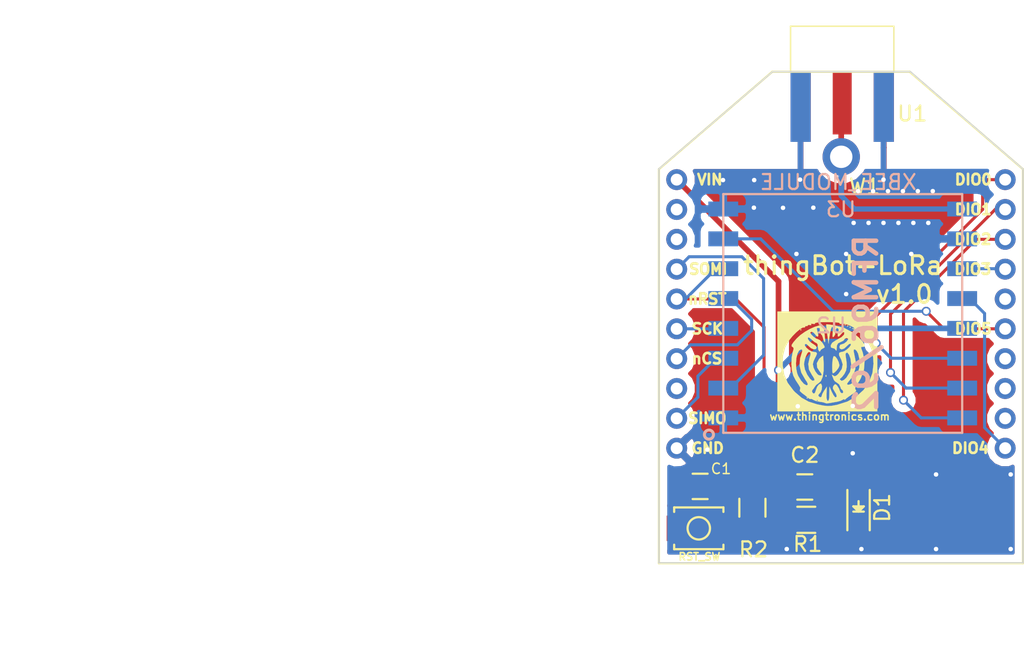
<source format=kicad_pcb>
(kicad_pcb (version 20171130) (host pcbnew "(5.1.12)-1")

  (general
    (thickness 1.6)
    (drawings 26)
    (tracks 110)
    (zones 0)
    (modules 45)
    (nets 23)
  )

  (page A4)
  (title_block
    (title "thingBot-LoRa ")
    (date 2016-12-31)
    (rev v1.0)
  )

  (layers
    (0 F.Cu signal)
    (31 B.Cu signal)
    (32 B.Adhes user hide)
    (33 F.Adhes user hide)
    (34 B.Paste user hide)
    (35 F.Paste user hide)
    (36 B.SilkS user hide)
    (37 F.SilkS user hide)
    (38 B.Mask user hide)
    (39 F.Mask user hide)
    (40 Dwgs.User user hide)
    (44 Edge.Cuts user)
    (45 Margin user hide)
    (48 B.Fab user hide)
    (49 F.Fab user hide)
  )

  (setup
    (last_trace_width 0.2032)
    (trace_clearance 0.2)
    (zone_clearance 0)
    (zone_45_only no)
    (trace_min 0.016)
    (via_size 0.6)
    (via_drill 0.4)
    (via_min_size 0.04)
    (via_min_drill 0.3)
    (uvia_size 0.3)
    (uvia_drill 0.1)
    (uvias_allowed no)
    (uvia_min_size 0.2)
    (uvia_min_drill 0.1)
    (edge_width 0.1)
    (segment_width 0.2)
    (pcb_text_width 0.3)
    (pcb_text_size 1.5 1.5)
    (mod_edge_width 0.15)
    (mod_text_size 1 1)
    (mod_text_width 0.15)
    (pad_size 0.5 0.5)
    (pad_drill 0.3)
    (pad_to_mask_clearance 0)
    (aux_axis_origin 0 0)
    (visible_elements 7FFFEFFF)
    (pcbplotparams
      (layerselection 0x331ff_80000001)
      (usegerberextensions false)
      (usegerberattributes true)
      (usegerberadvancedattributes true)
      (creategerberjobfile true)
      (excludeedgelayer true)
      (linewidth 0.100000)
      (plotframeref false)
      (viasonmask false)
      (mode 1)
      (useauxorigin false)
      (hpglpennumber 1)
      (hpglpenspeed 20)
      (hpglpendiameter 15.000000)
      (psnegative false)
      (psa4output false)
      (plotreference true)
      (plotvalue true)
      (plotinvisibletext false)
      (padsonsilk false)
      (subtractmaskfromsilk false)
      (outputformat 1)
      (mirror false)
      (drillshape 0)
      (scaleselection 1)
      (outputdirectory "GERBERS/"))
  )

  (net 0 "")
  (net 1 nRESET)
  (net 2 GND)
  (net 3 RFM_VIN)
  (net 4 "Net-(D1-Pad1)")
  (net 5 ANT)
  (net 6 SPI_SCK)
  (net 7 SPI_nCS)
  (net 8 DIO5)
  (net 9 DIO3)
  (net 10 DIO4)
  (net 11 DIO0)
  (net 12 DIO1)
  (net 13 DIO2)
  (net 14 "Net-(U3-Pad14)")
  (net 15 "Net-(U3-Pad13)")
  (net 16 "Net-(U3-Pad8)")
  (net 17 "Net-(U3-Pad3)")
  (net 18 "Net-(U3-Pad2)")
  (net 19 SPI_SOMI)
  (net 20 SPI_SIMO)
  (net 21 "Net-(U3-Pad16)")
  (net 22 "Net-(U3-Pad12)")

  (net_class Default "This is the default net class."
    (clearance 0.2)
    (trace_width 0.2032)
    (via_dia 0.6)
    (via_drill 0.4)
    (uvia_dia 0.3)
    (uvia_drill 0.1)
  )

  (net_class Antenna ""
    (clearance 0.4)
    (trace_width 0.381)
    (via_dia 0.6)
    (via_drill 0.4)
    (uvia_dia 0.3)
    (uvia_drill 0.1)
    (add_net ANT)
  )

  (net_class Power ""
    (clearance 0.2)
    (trace_width 0.381)
    (via_dia 0.6)
    (via_drill 0.4)
    (uvia_dia 0.3)
    (uvia_drill 0.1)
    (add_net GND)
    (add_net RFM_VIN)
  )

  (net_class Signals ""
    (clearance 0.2)
    (trace_width 0.2032)
    (via_dia 0.6)
    (via_drill 0.4)
    (uvia_dia 0.3)
    (uvia_drill 0.1)
    (add_net DIO0)
    (add_net DIO1)
    (add_net DIO2)
    (add_net DIO3)
    (add_net DIO4)
    (add_net DIO5)
    (add_net "Net-(D1-Pad1)")
    (add_net "Net-(U3-Pad12)")
    (add_net "Net-(U3-Pad13)")
    (add_net "Net-(U3-Pad14)")
    (add_net "Net-(U3-Pad16)")
    (add_net "Net-(U3-Pad2)")
    (add_net "Net-(U3-Pad3)")
    (add_net "Net-(U3-Pad8)")
    (add_net SPI_SCK)
    (add_net SPI_SIMO)
    (add_net SPI_SOMI)
    (add_net SPI_nCS)
    (add_net nRESET)
  )

  (module VIA'S:VIA_0.5mm (layer F.Cu) (tedit 58652746) (tstamp 58669217)
    (at 177.37 105.26)
    (fp_text reference REF** (at 0 -2.6) (layer F.Fab) hide
      (effects (font (size 1 1) (thickness 0.15)))
    )
    (fp_text value VIA_0.5mm (at 0.05 -1.45) (layer F.Fab) hide
      (effects (font (size 1 1) (thickness 0.15)))
    )
    (pad 1 thru_hole circle (at 0 0) (size 0.5 0.5) (drill 0.3) (layers *.Cu)
      (net 2 GND) (zone_connect 2))
  )

  (module VIA'S:VIA_0.5mm (layer F.Cu) (tedit 58652746) (tstamp 58666E17)
    (at 177.35 107.11)
    (fp_text reference REF** (at 0 -2.6) (layer F.Fab) hide
      (effects (font (size 1 1) (thickness 0.15)))
    )
    (fp_text value VIA_0.5mm (at 0.05 -1.45) (layer F.Fab) hide
      (effects (font (size 1 1) (thickness 0.15)))
    )
    (pad 1 thru_hole circle (at 0 0) (size 0.5 0.5) (drill 0.3) (layers *.Cu)
      (net 2 GND) (zone_connect 2))
  )

  (module VIA'S:VIA_0.5mm (layer F.Cu) (tedit 58652746) (tstamp 58666E0E)
    (at 179.3 107.12)
    (fp_text reference REF** (at 0 -2.6) (layer F.Fab) hide
      (effects (font (size 1 1) (thickness 0.15)))
    )
    (fp_text value VIA_0.5mm (at 0.05 -1.45) (layer F.Fab) hide
      (effects (font (size 1 1) (thickness 0.15)))
    )
    (pad 1 thru_hole circle (at 0 0) (size 0.5 0.5) (drill 0.3) (layers *.Cu)
      (net 2 GND) (zone_connect 2))
  )

  (module VIA'S:VIA_0.5mm (layer F.Cu) (tedit 5866304C) (tstamp 58666DC6)
    (at 186.03 105.9)
    (fp_text reference REF** (at 0 -2.6) (layer F.Fab) hide
      (effects (font (size 1 1) (thickness 0.15)))
    )
    (fp_text value VIA_0.5mm (at 0.05 -1.45) (layer F.Fab) hide
      (effects (font (size 1 1) (thickness 0.15)))
    )
    (pad 1 thru_hole circle (at 0 -0.67) (size 0.5 0.5) (drill 0.3) (layers *.Cu)
      (net 2 GND) (zone_connect 2))
  )

  (module VIA'S:VIA_0.5mm (layer F.Cu) (tedit 5866325D) (tstamp 586631E9)
    (at 187.89 110.29)
    (fp_text reference REF** (at 0 -2.6) (layer F.Fab) hide
      (effects (font (size 1 1) (thickness 0.15)))
    )
    (fp_text value VIA_0.5mm (at 0.05 -1.45) (layer F.Fab) hide
      (effects (font (size 1 1) (thickness 0.15)))
    )
    (pad 1 thru_hole circle (at 0 -0.08) (size 0.5 0.5) (drill 0.3) (layers *.Cu)
      (net 2 GND) (zone_connect 2))
  )

  (module VIA'S:VIA_0.5mm (layer F.Cu) (tedit 58663266) (tstamp 586631E4)
    (at 180.2 110.23)
    (fp_text reference REF** (at 0 -2.6) (layer F.Fab) hide
      (effects (font (size 1 1) (thickness 0.15)))
    )
    (fp_text value VIA_0.5mm (at 0.05 -1.45) (layer F.Fab) hide
      (effects (font (size 1 1) (thickness 0.15)))
    )
    (pad 1 thru_hole circle (at 0 -0.02) (size 0.5 0.5) (drill 0.3) (layers *.Cu)
      (net 2 GND) (zone_connect 2))
  )

  (module VIA'S:VIA_0.5mm (layer F.Cu) (tedit 58663272) (tstamp 586631E0)
    (at 183.53 110.21)
    (fp_text reference REF** (at 0 -2.6) (layer F.Fab) hide
      (effects (font (size 1 1) (thickness 0.15)))
    )
    (fp_text value VIA_0.5mm (at 0.05 -1.45) (layer F.Fab) hide
      (effects (font (size 1 1) (thickness 0.15)))
    )
    (pad 1 thru_hole circle (at 0 0) (size 0.5 0.5) (drill 0.3) (layers *.Cu)
      (net 2 GND) (zone_connect 2))
  )

  (module VIA'S:VIA_0.5mm (layer F.Cu) (tedit 5866327A) (tstamp 586631D7)
    (at 183.54 112.9)
    (fp_text reference REF** (at 0 -2.6) (layer F.Fab) hide
      (effects (font (size 1 1) (thickness 0.15)))
    )
    (fp_text value VIA_0.5mm (at 0.05 -1.45) (layer F.Fab) hide
      (effects (font (size 1 1) (thickness 0.15)))
    )
    (pad 1 thru_hole circle (at -0.01 0) (size 0.5 0.5) (drill 0.3) (layers *.Cu)
      (net 2 GND) (zone_connect 2))
  )

  (module VIA'S:VIA_0.5mm (layer F.Cu) (tedit 58652746) (tstamp 586631C4)
    (at 183.97 123.57)
    (fp_text reference REF** (at 0 -2.6) (layer F.Fab) hide
      (effects (font (size 1 1) (thickness 0.15)))
    )
    (fp_text value VIA_0.5mm (at 0.05 -1.45) (layer F.Fab) hide
      (effects (font (size 1 1) (thickness 0.15)))
    )
    (pad 1 thru_hole circle (at 0 0) (size 0.5 0.5) (drill 0.3) (layers *.Cu)
      (net 2 GND) (zone_connect 2))
  )

  (module VIA'S:VIA_0.5mm (layer F.Cu) (tedit 58652746) (tstamp 586631B9)
    (at 183.97 120.4)
    (fp_text reference REF** (at 0 -2.6) (layer F.Fab) hide
      (effects (font (size 1 1) (thickness 0.15)))
    )
    (fp_text value VIA_0.5mm (at 0.05 -1.45) (layer F.Fab) hide
      (effects (font (size 1 1) (thickness 0.15)))
    )
    (pad 1 thru_hole circle (at 0 0) (size 0.5 0.5) (drill 0.3) (layers *.Cu)
      (net 2 GND) (zone_connect 2))
  )

  (module VIA'S:VIA_0.5mm (layer F.Cu) (tedit 58652746) (tstamp 586631B2)
    (at 180.29 120.42)
    (fp_text reference REF** (at 0 -2.6) (layer F.Fab) hide
      (effects (font (size 1 1) (thickness 0.15)))
    )
    (fp_text value VIA_0.5mm (at 0.05 -1.45) (layer F.Fab) hide
      (effects (font (size 1 1) (thickness 0.15)))
    )
    (pad 1 thru_hole circle (at 0 0) (size 0.5 0.5) (drill 0.3) (layers *.Cu)
      (net 2 GND) (zone_connect 2))
  )

  (module VIA'S:VIA_0.5mm (layer F.Cu) (tedit 58652746) (tstamp 5866315C)
    (at 181.33 107.11)
    (fp_text reference REF** (at 0 -2.6) (layer F.Fab) hide
      (effects (font (size 1 1) (thickness 0.15)))
    )
    (fp_text value VIA_0.5mm (at 0.05 -1.45) (layer F.Fab) hide
      (effects (font (size 1 1) (thickness 0.15)))
    )
    (pad 1 thru_hole circle (at 0 0) (size 0.5 0.5) (drill 0.3) (layers *.Cu)
      (net 2 GND) (zone_connect 2))
  )

  (module VIA'S:VIA_0.5mm (layer F.Cu) (tedit 58652746) (tstamp 58663152)
    (at 180.44 105.23)
    (fp_text reference REF** (at 0 -2.6) (layer F.Fab) hide
      (effects (font (size 1 1) (thickness 0.15)))
    )
    (fp_text value VIA_0.5mm (at 0.05 -1.45) (layer F.Fab) hide
      (effects (font (size 1 1) (thickness 0.15)))
    )
    (pad 1 thru_hole circle (at 0 0) (size 0.5 0.5) (drill 0.3) (layers *.Cu)
      (net 2 GND) (zone_connect 2))
  )

  (module VIA'S:VIA_0.5mm (layer F.Cu) (tedit 58652746) (tstamp 58663122)
    (at 189.55 124.99)
    (fp_text reference REF** (at 0 -2.6) (layer F.Fab) hide
      (effects (font (size 1 1) (thickness 0.15)))
    )
    (fp_text value VIA_0.5mm (at 0.05 -1.45) (layer F.Fab) hide
      (effects (font (size 1 1) (thickness 0.15)))
    )
    (pad 1 thru_hole circle (at 0 0) (size 0.5 0.5) (drill 0.3) (layers *.Cu)
      (net 2 GND) (zone_connect 2))
  )

  (module VIA'S:VIA_0.5mm (layer F.Cu) (tedit 58652746) (tstamp 58663118)
    (at 194.55 124.99)
    (fp_text reference REF** (at 0 -2.6) (layer F.Fab) hide
      (effects (font (size 1 1) (thickness 0.15)))
    )
    (fp_text value VIA_0.5mm (at 0.05 -1.45) (layer F.Fab) hide
      (effects (font (size 1 1) (thickness 0.15)))
    )
    (pad 1 thru_hole circle (at 0 0) (size 0.5 0.5) (drill 0.3) (layers *.Cu)
      (net 2 GND) (zone_connect 2))
  )

  (module VIA'S:VIA_0.5mm (layer F.Cu) (tedit 58652746) (tstamp 586630D2)
    (at 194.55 129.99)
    (fp_text reference REF** (at 0 -2.6) (layer F.Fab) hide
      (effects (font (size 1 1) (thickness 0.15)))
    )
    (fp_text value VIA_0.5mm (at 0.05 -1.45) (layer F.Fab) hide
      (effects (font (size 1 1) (thickness 0.15)))
    )
    (pad 1 thru_hole circle (at 0 0) (size 0.5 0.5) (drill 0.3) (layers *.Cu)
      (net 2 GND) (zone_connect 2))
  )

  (module VIA'S:VIA_0.5mm (layer F.Cu) (tedit 58652746) (tstamp 586630CE)
    (at 189.55 129.99)
    (fp_text reference REF** (at 0 -2.6) (layer F.Fab) hide
      (effects (font (size 1 1) (thickness 0.15)))
    )
    (fp_text value VIA_0.5mm (at 0.05 -1.45) (layer F.Fab) hide
      (effects (font (size 1 1) (thickness 0.15)))
    )
    (pad 1 thru_hole circle (at 0 0) (size 0.5 0.5) (drill 0.3) (layers *.Cu)
      (net 2 GND) (zone_connect 2))
  )

  (module VIA'S:VIA_0.5mm (layer F.Cu) (tedit 58652746) (tstamp 586630CA)
    (at 184.55 129.99)
    (fp_text reference REF** (at 0 -2.6) (layer F.Fab) hide
      (effects (font (size 1 1) (thickness 0.15)))
    )
    (fp_text value VIA_0.5mm (at 0.05 -1.45) (layer F.Fab) hide
      (effects (font (size 1 1) (thickness 0.15)))
    )
    (pad 1 thru_hole circle (at 0 0) (size 0.5 0.5) (drill 0.3) (layers *.Cu)
      (net 2 GND) (zone_connect 2))
  )

  (module VIA'S:VIA_0.5mm (layer F.Cu) (tedit 5866304C) (tstamp 58662DF0)
    (at 184.33 106.67)
    (fp_text reference REF** (at 0 -2.6) (layer F.Fab) hide
      (effects (font (size 1 1) (thickness 0.15)))
    )
    (fp_text value VIA_0.5mm (at 0.05 -1.45) (layer F.Fab) hide
      (effects (font (size 1 1) (thickness 0.15)))
    )
    (pad 1 thru_hole circle (at 0 -0.67) (size 0.5 0.5) (drill 0.3) (layers *.Cu)
      (net 2 GND) (zone_connect 2))
  )

  (module VIA'S:VIA_0.5mm (layer F.Cu) (tedit 5866304C) (tstamp 58663072)
    (at 189.33 106.67)
    (fp_text reference REF** (at 0 -2.6) (layer F.Fab) hide
      (effects (font (size 1 1) (thickness 0.15)))
    )
    (fp_text value VIA_0.5mm (at 0.05 -1.45) (layer F.Fab) hide
      (effects (font (size 1 1) (thickness 0.15)))
    )
    (pad 1 thru_hole circle (at 0 -0.67) (size 0.5 0.5) (drill 0.3) (layers *.Cu)
      (net 2 GND) (zone_connect 2))
  )

  (module VIA'S:VIA_0.5mm (layer F.Cu) (tedit 5866304C) (tstamp 5866306E)
    (at 188.33 106.67)
    (fp_text reference REF** (at 0 -2.6) (layer F.Fab) hide
      (effects (font (size 1 1) (thickness 0.15)))
    )
    (fp_text value VIA_0.5mm (at 0.05 -1.45) (layer F.Fab) hide
      (effects (font (size 1 1) (thickness 0.15)))
    )
    (pad 1 thru_hole circle (at 0 -0.67) (size 0.5 0.5) (drill 0.3) (layers *.Cu)
      (net 2 GND) (zone_connect 2))
  )

  (module VIA'S:VIA_0.5mm (layer F.Cu) (tedit 5866304C) (tstamp 5866306A)
    (at 187.33 106.67)
    (fp_text reference REF** (at 0 -2.6) (layer F.Fab) hide
      (effects (font (size 1 1) (thickness 0.15)))
    )
    (fp_text value VIA_0.5mm (at 0.05 -1.45) (layer F.Fab) hide
      (effects (font (size 1 1) (thickness 0.15)))
    )
    (pad 1 thru_hole circle (at 0 -0.67) (size 0.5 0.5) (drill 0.3) (layers *.Cu)
      (net 2 GND) (zone_connect 2))
  )

  (module VIA'S:VIA_0.5mm (layer F.Cu) (tedit 5866304C) (tstamp 58663066)
    (at 186.33 106.67)
    (fp_text reference REF** (at 0 -2.6) (layer F.Fab) hide
      (effects (font (size 1 1) (thickness 0.15)))
    )
    (fp_text value VIA_0.5mm (at 0.05 -1.45) (layer F.Fab) hide
      (effects (font (size 1 1) (thickness 0.15)))
    )
    (pad 1 thru_hole circle (at 0 -0.67) (size 0.5 0.5) (drill 0.3) (layers *.Cu)
      (net 2 GND) (zone_connect 2))
  )

  (module VIA'S:VIA_0.5mm (layer F.Cu) (tedit 5866304C) (tstamp 58663062)
    (at 185.33 106.67)
    (fp_text reference REF** (at 0 -2.6) (layer F.Fab) hide
      (effects (font (size 1 1) (thickness 0.15)))
    )
    (fp_text value VIA_0.5mm (at 0.05 -1.45) (layer F.Fab) hide
      (effects (font (size 1 1) (thickness 0.15)))
    )
    (pad 1 thru_hole circle (at 0 -0.67) (size 0.5 0.5) (drill 0.3) (layers *.Cu)
      (net 2 GND) (zone_connect 2))
  )

  (module VIA'S:VIA_0.5mm (layer F.Cu) (tedit 58652746) (tstamp 58663024)
    (at 189.03 108.13)
    (fp_text reference REF** (at 0 -2.6) (layer F.Fab) hide
      (effects (font (size 1 1) (thickness 0.15)))
    )
    (fp_text value VIA_0.5mm (at 0.05 -1.45) (layer F.Fab) hide
      (effects (font (size 1 1) (thickness 0.15)))
    )
    (pad 1 thru_hole circle (at 0 0) (size 0.5 0.5) (drill 0.3) (layers *.Cu)
      (net 2 GND) (zone_connect 2))
  )

  (module VIA'S:VIA_0.5mm (layer F.Cu) (tedit 58652746) (tstamp 58663020)
    (at 188.03 108.13)
    (fp_text reference REF** (at 0 -2.6) (layer F.Fab) hide
      (effects (font (size 1 1) (thickness 0.15)))
    )
    (fp_text value VIA_0.5mm (at 0.05 -1.45) (layer F.Fab) hide
      (effects (font (size 1 1) (thickness 0.15)))
    )
    (pad 1 thru_hole circle (at 0 0) (size 0.5 0.5) (drill 0.3) (layers *.Cu)
      (net 2 GND) (zone_connect 2))
  )

  (module VIA'S:VIA_0.5mm (layer F.Cu) (tedit 58652746) (tstamp 5866301C)
    (at 187.03 108.13)
    (fp_text reference REF** (at 0 -2.6) (layer F.Fab) hide
      (effects (font (size 1 1) (thickness 0.15)))
    )
    (fp_text value VIA_0.5mm (at 0.05 -1.45) (layer F.Fab) hide
      (effects (font (size 1 1) (thickness 0.15)))
    )
    (pad 1 thru_hole circle (at 0 0) (size 0.5 0.5) (drill 0.3) (layers *.Cu)
      (net 2 GND) (zone_connect 2))
  )

  (module VIA'S:VIA_0.5mm (layer F.Cu) (tedit 58652746) (tstamp 58663018)
    (at 186.03 108.13)
    (fp_text reference REF** (at 0 -2.6) (layer F.Fab) hide
      (effects (font (size 1 1) (thickness 0.15)))
    )
    (fp_text value VIA_0.5mm (at 0.05 -1.45) (layer F.Fab) hide
      (effects (font (size 1 1) (thickness 0.15)))
    )
    (pad 1 thru_hole circle (at 0 0) (size 0.5 0.5) (drill 0.3) (layers *.Cu)
      (net 2 GND) (zone_connect 2))
  )

  (module VIA'S:VIA_0.5mm (layer F.Cu) (tedit 58652746) (tstamp 58663014)
    (at 185.03 108.13)
    (fp_text reference REF** (at 0 -2.6) (layer F.Fab) hide
      (effects (font (size 1 1) (thickness 0.15)))
    )
    (fp_text value VIA_0.5mm (at 0.05 -1.45) (layer F.Fab) hide
      (effects (font (size 1 1) (thickness 0.15)))
    )
    (pad 1 thru_hole circle (at 0 0) (size 0.5 0.5) (drill 0.3) (layers *.Cu)
      (net 2 GND) (zone_connect 2))
  )

  (module VIA'S:VIA_0.5mm (layer F.Cu) (tedit 58652746) (tstamp 58662DAC)
    (at 184.03 108.13)
    (fp_text reference REF** (at 0 -2.6) (layer F.Fab) hide
      (effects (font (size 1 1) (thickness 0.15)))
    )
    (fp_text value VIA_0.5mm (at 0.05 -1.45) (layer F.Fab) hide
      (effects (font (size 1 1) (thickness 0.15)))
    )
    (pad 1 thru_hole circle (at 0 0) (size 0.5 0.5) (drill 0.3) (layers *.Cu)
      (net 2 GND) (zone_connect 2))
  )

  (module VIA'S:VIA_0.5mm (layer F.Cu) (tedit 58652746) (tstamp 58655E62)
    (at 179.55 129.99)
    (fp_text reference REF** (at 0 -2.6) (layer F.Fab) hide
      (effects (font (size 1 1) (thickness 0.15)))
    )
    (fp_text value VIA_0.5mm (at 0.05 -1.45) (layer F.Fab) hide
      (effects (font (size 1 1) (thickness 0.15)))
    )
    (pad 1 thru_hole circle (at 0 0) (size 0.5 0.5) (drill 0.3) (layers *.Cu)
      (net 2 GND) (zone_connect 2))
  )

  (module VIA'S:VIA_0.5mm (layer F.Cu) (tedit 58652746) (tstamp 58655E5C)
    (at 175.28 105.26)
    (fp_text reference REF** (at 0 -2.6) (layer F.Fab) hide
      (effects (font (size 1 1) (thickness 0.15)))
    )
    (fp_text value VIA_0.5mm (at 0.05 -1.45) (layer F.Fab) hide
      (effects (font (size 1 1) (thickness 0.15)))
    )
    (pad 1 thru_hole circle (at 0 0) (size 0.5 0.5) (drill 0.3) (layers *.Cu)
      (net 2 GND) (zone_connect 2))
  )

  (module Capacitors_SMD:C_0805_HandSoldering (layer F.Cu) (tedit 586A02AB) (tstamp 58564708)
    (at 180.76 125.83 180)
    (descr "Capacitor SMD 0805, hand soldering")
    (tags "capacitor 0805")
    (path /58569A7D)
    (attr smd)
    (fp_text reference C2 (at 0 2.14 180) (layer F.SilkS)
      (effects (font (size 1 1) (thickness 0.15)))
    )
    (fp_text value 0.1uF (at 0.04 1.27 180) (layer F.Fab)
      (effects (font (size 0.5 0.5) (thickness 0.09)))
    )
    (fp_line (start -0.5 0.85) (end 0.5 0.85) (layer F.SilkS) (width 0.15))
    (fp_line (start 0.5 -0.85) (end -0.5 -0.85) (layer F.SilkS) (width 0.15))
    (fp_line (start 2.3 -1) (end 2.3 1) (layer F.CrtYd) (width 0.05))
    (fp_line (start -2.3 -1) (end -2.3 1) (layer F.CrtYd) (width 0.05))
    (fp_line (start -2.3 1) (end 2.3 1) (layer F.CrtYd) (width 0.05))
    (fp_line (start -2.3 -1) (end 2.3 -1) (layer F.CrtYd) (width 0.05))
    (fp_line (start -1 -0.625) (end 1 -0.625) (layer F.Fab) (width 0.15))
    (fp_line (start 1 -0.625) (end 1 0.625) (layer F.Fab) (width 0.15))
    (fp_line (start 1 0.625) (end -1 0.625) (layer F.Fab) (width 0.15))
    (fp_line (start -1 0.625) (end -1 -0.625) (layer F.Fab) (width 0.15))
    (pad 1 smd rect (at -1.25 0 180) (size 1.5 1.25) (layers F.Cu F.Paste F.Mask)
      (net 3 RFM_VIN))
    (pad 2 smd rect (at 1.25 0 180) (size 1.5 1.25) (layers F.Cu F.Paste F.Mask)
      (net 2 GND))
    (model Capacitors_SMD.3dshapes/C_0805_HandSoldering.wrl
      (at (xyz 0 0 0))
      (scale (xyz 1 1 1))
      (rotate (xyz 0 0 0))
    )
  )

  (module Resistors_SMD:R_0805_HandSoldering (layer F.Cu) (tedit 586A030A) (tstamp 58454ABB)
    (at 177.25 127.22 270)
    (descr "Resistor SMD 0805, hand soldering")
    (tags "resistor 0805")
    (path /583C38A1)
    (attr smd)
    (fp_text reference R2 (at 2.8 -0.07) (layer F.SilkS)
      (effects (font (size 1 1) (thickness 0.15)))
    )
    (fp_text value 1K (at -2.68 -0.02 270) (layer F.Fab)
      (effects (font (size 0.5 0.5) (thickness 0.09)))
    )
    (fp_line (start -0.6 -0.875) (end 0.6 -0.875) (layer F.SilkS) (width 0.15))
    (fp_line (start 0.6 0.875) (end -0.6 0.875) (layer F.SilkS) (width 0.15))
    (fp_line (start 2.4 -1) (end 2.4 1) (layer F.CrtYd) (width 0.05))
    (fp_line (start -2.4 -1) (end -2.4 1) (layer F.CrtYd) (width 0.05))
    (fp_line (start -2.4 1) (end 2.4 1) (layer F.CrtYd) (width 0.05))
    (fp_line (start -2.4 -1) (end 2.4 -1) (layer F.CrtYd) (width 0.05))
    (fp_line (start -1 -0.625) (end 1 -0.625) (layer F.Fab) (width 0.1))
    (fp_line (start 1 -0.625) (end 1 0.625) (layer F.Fab) (width 0.1))
    (fp_line (start 1 0.625) (end -1 0.625) (layer F.Fab) (width 0.1))
    (fp_line (start -1 0.625) (end -1 -0.625) (layer F.Fab) (width 0.1))
    (pad 1 smd rect (at -1.35 0 270) (size 1.5 1.3) (layers F.Cu F.Paste F.Mask)
      (net 3 RFM_VIN))
    (pad 2 smd rect (at 1.35 0 270) (size 1.5 1.3) (layers F.Cu F.Paste F.Mask)
      (net 1 nRESET))
    (model Resistors_SMD.3dshapes/R_0805_HandSoldering.wrl
      (at (xyz 0 0 0))
      (scale (xyz 1 1 1))
      (rotate (xyz 0 0 0))
    )
  )

  (module Xbee:Xbee_mod locked (layer F.Cu) (tedit 586A0431) (tstamp 584D7580)
    (at 172.18 105.23)
    (path /5843EEBB)
    (fp_text reference U3 (at 11 2) (layer B.SilkS)
      (effects (font (size 1 1) (thickness 0.15)) (justify mirror))
    )
    (fp_text value XBEE_MODULE (at 10.82 0.17) (layer B.SilkS)
      (effects (font (size 1 1) (thickness 0.15)) (justify mirror))
    )
    (fp_line (start 6.4 -7.23) (end -1.19 -0.7) (layer F.SilkS) (width 0.15))
    (fp_line (start 15.6 -7.23) (end 6.4 -7.23) (layer F.SilkS) (width 0.15))
    (fp_line (start 23.19 -0.7) (end 15.6 -7.23) (layer F.SilkS) (width 0.15))
    (fp_line (start 23.19 25.71) (end 23.19 -0.7) (layer F.SilkS) (width 0.15))
    (fp_line (start -1.19 25.71) (end 23.19 25.71) (layer F.SilkS) (width 0.15))
    (fp_line (start -1.19 -0.7) (end -1.19 25.71) (layer F.SilkS) (width 0.15))
    (pad 20 thru_hole circle (at 22 0) (size 1.4 1.4) (drill 0.8) (layers *.Cu *.Mask)
      (net 11 DIO0))
    (pad 19 thru_hole circle (at 22 2) (size 1.4 1.4) (drill 0.8) (layers *.Cu *.Mask)
      (net 12 DIO1))
    (pad 18 thru_hole circle (at 22 4) (size 1.4 1.4) (drill 0.8) (layers *.Cu *.Mask)
      (net 13 DIO2))
    (pad 17 thru_hole circle (at 22 6) (size 1.4 1.4) (drill 0.8) (layers *.Cu *.Mask)
      (net 9 DIO3))
    (pad 16 thru_hole circle (at 22 8) (size 1.4 1.4) (drill 0.8) (layers *.Cu *.Mask)
      (net 21 "Net-(U3-Pad16)"))
    (pad 15 thru_hole circle (at 22 10) (size 1.4 1.4) (drill 0.8) (layers *.Cu *.Mask)
      (net 8 DIO5))
    (pad 14 thru_hole circle (at 22 12) (size 1.4 1.4) (drill 0.8) (layers *.Cu *.Mask)
      (net 14 "Net-(U3-Pad14)"))
    (pad 13 thru_hole circle (at 22 14) (size 1.4 1.4) (drill 0.8) (layers *.Cu *.Mask)
      (net 15 "Net-(U3-Pad13)"))
    (pad 12 thru_hole circle (at 22 16) (size 1.4 1.4) (drill 0.8) (layers *.Cu *.Mask)
      (net 22 "Net-(U3-Pad12)"))
    (pad 11 thru_hole circle (at 22 18) (size 1.4 1.4) (drill 0.8) (layers *.Cu *.Mask)
      (net 10 DIO4))
    (pad 10 thru_hole circle (at 0 18) (size 1.4 1.4) (drill 0.8) (layers *.Cu *.Mask)
      (net 2 GND))
    (pad 9 thru_hole circle (at 0 16) (size 1.4 1.4) (drill 0.8) (layers *.Cu *.Mask)
      (net 20 SPI_SIMO))
    (pad 8 thru_hole circle (at 0 14) (size 1.4 1.4) (drill 0.8) (layers *.Cu *.Mask)
      (net 16 "Net-(U3-Pad8)"))
    (pad 7 thru_hole circle (at 0 12) (size 1.4 1.4) (drill 0.8) (layers *.Cu *.Mask)
      (net 7 SPI_nCS))
    (pad 6 thru_hole circle (at 0 10) (size 1.4 1.4) (drill 0.8) (layers *.Cu *.Mask)
      (net 6 SPI_SCK))
    (pad 5 thru_hole circle (at 0 8) (size 1.4 1.4) (drill 0.8) (layers *.Cu *.Mask)
      (net 1 nRESET))
    (pad 4 thru_hole circle (at 0 6) (size 1.4 1.4) (drill 0.8) (layers *.Cu *.Mask)
      (net 19 SPI_SOMI))
    (pad 3 thru_hole circle (at 0 4) (size 1.4 1.4) (drill 0.8) (layers *.Cu *.Mask)
      (net 17 "Net-(U3-Pad3)"))
    (pad 2 thru_hole circle (at 0 2) (size 1.4 1.4) (drill 0.8) (layers *.Cu *.Mask)
      (net 18 "Net-(U3-Pad2)"))
    (pad 1 thru_hole circle (at 0 0) (size 1.4 1.4) (drill 0.8) (layers *.Cu *.Mask)
      (net 3 RFM_VIN))
  )

  (module LEDs:LED_0805 (layer F.Cu) (tedit 586A02EF) (tstamp 58454AAF)
    (at 184.36 127.13 90)
    (descr "LED 0805 smd package")
    (tags "LED 0805 SMD")
    (path /5838C372)
    (attr smd)
    (fp_text reference D1 (at -0.09 1.59 90) (layer F.SilkS)
      (effects (font (size 1 1) (thickness 0.15)))
    )
    (fp_text value POWER (at -0.01 2.52 90) (layer F.Fab)
      (effects (font (size 0.5 0.5) (thickness 0.09)))
    )
    (fp_line (start -1.9 -0.95) (end 1.9 -0.95) (layer F.CrtYd) (width 0.05))
    (fp_line (start -1.9 0.95) (end -1.9 -0.95) (layer F.CrtYd) (width 0.05))
    (fp_line (start 1.9 0.95) (end -1.9 0.95) (layer F.CrtYd) (width 0.05))
    (fp_line (start 1.9 -0.95) (end 1.9 0.95) (layer F.CrtYd) (width 0.05))
    (fp_line (start 0 0.35) (end -0.35 0) (layer F.SilkS) (width 0.15))
    (fp_line (start 0 -0.35) (end 0 0.35) (layer F.SilkS) (width 0.15))
    (fp_line (start -0.35 0) (end 0 -0.35) (layer F.SilkS) (width 0.15))
    (fp_line (start 0 0) (end 0.35 0) (layer F.SilkS) (width 0.15))
    (fp_line (start -0.35 -0.35) (end -0.35 0.35) (layer F.SilkS) (width 0.15))
    (fp_line (start -0.1 -0.1) (end -0.25 0.05) (layer F.SilkS) (width 0.15))
    (fp_line (start -0.1 0.15) (end -0.1 -0.1) (layer F.SilkS) (width 0.15))
    (fp_line (start -1.6 -0.75) (end 1.1 -0.75) (layer F.SilkS) (width 0.15))
    (fp_line (start -1.6 0.75) (end 1.1 0.75) (layer F.SilkS) (width 0.15))
    (fp_line (start -1 -0.6) (end -1 0.6) (layer F.Fab) (width 0.15))
    (fp_line (start -1 0.6) (end 1 0.6) (layer F.Fab) (width 0.15))
    (fp_line (start 1 0.6) (end 1 -0.6) (layer F.Fab) (width 0.15))
    (fp_line (start 1 -0.6) (end -1 -0.6) (layer F.Fab) (width 0.15))
    (fp_line (start 0 -0.3) (end 0 0.3) (layer F.Fab) (width 0.15))
    (fp_line (start 0 0.3) (end -0.3 0) (layer F.Fab) (width 0.15))
    (fp_line (start -0.3 0) (end 0 -0.3) (layer F.Fab) (width 0.15))
    (fp_line (start -0.4 -0.3) (end -0.4 0.3) (layer F.Fab) (width 0.15))
    (pad 2 smd rect (at 1.04902 0 270) (size 1.19888 1.19888) (layers F.Cu F.Paste F.Mask)
      (net 3 RFM_VIN))
    (pad 1 smd rect (at -1.04902 0 270) (size 1.19888 1.19888) (layers F.Cu F.Paste F.Mask)
      (net 4 "Net-(D1-Pad1)"))
    (model LEDs.3dshapes/LED_0805.wrl
      (at (xyz 0 0 0))
      (scale (xyz 1 1 1))
      (rotate (xyz 0 0 0))
    )
  )

  (module Temp:RFM92_95_96_98 (layer B.Cu) (tedit 585233AB) (tstamp 58454ADE)
    (at 175.3 121.2)
    (path /583BEAC0)
    (fp_text reference U2 (at 7.23 -6.19) (layer B.SilkS)
      (effects (font (size 1 1) (thickness 0.15)) (justify mirror))
    )
    (fp_text value RFM92/95 (at 7.99 -2.51) (layer B.Fab) hide
      (effects (font (size 1 1) (thickness 0.15)) (justify mirror))
    )
    (fp_line (start 16 1) (end 0 1) (layer B.SilkS) (width 0.15))
    (fp_line (start 16 -15) (end 16 1) (layer B.SilkS) (width 0.15))
    (fp_line (start 0 -15) (end 16 -15) (layer B.SilkS) (width 0.15))
    (fp_line (start 0 1) (end 0 -15) (layer B.SilkS) (width 0.15))
    (pad 1 smd rect (at 0 0) (size 2 1) (layers B.Cu B.Paste B.Mask)
      (net 2 GND))
    (pad 2 smd rect (at 0 -2) (size 2 1) (layers B.Cu B.Paste B.Mask)
      (net 19 SPI_SOMI))
    (pad 3 smd rect (at 0 -4) (size 2 1) (layers B.Cu B.Paste B.Mask)
      (net 20 SPI_SIMO))
    (pad 4 smd rect (at 0 -6) (size 2 1) (layers B.Cu B.Paste B.Mask)
      (net 6 SPI_SCK))
    (pad 5 smd rect (at 0 -8) (size 2 1) (layers B.Cu B.Paste B.Mask)
      (net 7 SPI_nCS))
    (pad 6 smd rect (at 0 -10) (size 2 1) (layers B.Cu B.Paste B.Mask)
      (net 1 nRESET))
    (pad 7 smd rect (at 0 -12) (size 2 1) (layers B.Cu B.Paste B.Mask)
      (net 8 DIO5))
    (pad 8 smd rect (at 0 -14) (size 2 1) (layers B.Cu B.Paste B.Mask)
      (net 2 GND))
    (pad 9 smd rect (at 16 -14) (size 2 1) (layers B.Cu B.Paste B.Mask)
      (net 5 ANT))
    (pad 10 smd rect (at 16 -12) (size 2 1) (layers B.Cu B.Paste B.Mask)
      (net 2 GND))
    (pad 11 smd rect (at 16 -10) (size 2 1) (layers B.Cu B.Paste B.Mask)
      (net 9 DIO3))
    (pad 12 smd rect (at 16 -8) (size 2 1) (layers B.Cu B.Paste B.Mask)
      (net 10 DIO4))
    (pad 13 smd rect (at 16 -6) (size 2 1) (layers B.Cu B.Paste B.Mask)
      (net 3 RFM_VIN))
    (pad 14 smd rect (at 16 -4) (size 2 1) (layers B.Cu B.Paste B.Mask)
      (net 11 DIO0))
    (pad 15 smd rect (at 16 -2) (size 2 1) (layers B.Cu B.Paste B.Mask)
      (net 12 DIO1))
    (pad 16 smd rect (at 16 0) (size 2 1) (layers B.Cu B.Paste B.Mask)
      (net 13 DIO2))
  )

  (module Capacitors_SMD:C_0805_HandSoldering (layer F.Cu) (tedit 586A0287) (tstamp 58454AA9)
    (at 173.75 125.79 180)
    (descr "Capacitor SMD 0805, hand soldering")
    (tags "capacitor 0805")
    (path /5838E25D)
    (attr smd)
    (fp_text reference C1 (at -1.4 1.18 180) (layer F.SilkS)
      (effects (font (size 0.7 0.7) (thickness 0.1)))
    )
    (fp_text value 15nF (at 0.13 1.24 180) (layer F.Fab)
      (effects (font (size 0.5 0.5) (thickness 0.09)))
    )
    (fp_line (start -0.5 0.85) (end 0.5 0.85) (layer F.SilkS) (width 0.15))
    (fp_line (start 0.5 -0.85) (end -0.5 -0.85) (layer F.SilkS) (width 0.15))
    (fp_line (start 2.3 -1) (end 2.3 1) (layer F.CrtYd) (width 0.05))
    (fp_line (start -2.3 -1) (end -2.3 1) (layer F.CrtYd) (width 0.05))
    (fp_line (start -2.3 1) (end 2.3 1) (layer F.CrtYd) (width 0.05))
    (fp_line (start -2.3 -1) (end 2.3 -1) (layer F.CrtYd) (width 0.05))
    (fp_line (start -1 -0.625) (end 1 -0.625) (layer F.Fab) (width 0.15))
    (fp_line (start 1 -0.625) (end 1 0.625) (layer F.Fab) (width 0.15))
    (fp_line (start 1 0.625) (end -1 0.625) (layer F.Fab) (width 0.15))
    (fp_line (start -1 0.625) (end -1 -0.625) (layer F.Fab) (width 0.15))
    (pad 1 smd rect (at -1.25 0 180) (size 1.5 1.25) (layers F.Cu F.Paste F.Mask)
      (net 1 nRESET))
    (pad 2 smd rect (at 1.25 0 180) (size 1.5 1.25) (layers F.Cu F.Paste F.Mask)
      (net 2 GND))
    (model Capacitors_SMD.3dshapes/C_0805_HandSoldering.wrl
      (at (xyz 0 0 0))
      (scale (xyz 1 1 1))
      (rotate (xyz 0 0 0))
    )
  )

  (module Resistors_SMD:R_0805_HandSoldering (layer F.Cu) (tedit 586A02D0) (tstamp 58454AB5)
    (at 180.86 128.03 180)
    (descr "Resistor SMD 0805, hand soldering")
    (tags "resistor 0805")
    (path /5838C3C9)
    (attr smd)
    (fp_text reference R1 (at -0.09 -1.63) (layer F.SilkS)
      (effects (font (size 1 1) (thickness 0.15)))
    )
    (fp_text value 1K (at -1.5 -1.49 180) (layer F.Fab)
      (effects (font (size 0.5 0.5) (thickness 0.09)))
    )
    (fp_line (start -0.6 -0.875) (end 0.6 -0.875) (layer F.SilkS) (width 0.15))
    (fp_line (start 0.6 0.875) (end -0.6 0.875) (layer F.SilkS) (width 0.15))
    (fp_line (start 2.4 -1) (end 2.4 1) (layer F.CrtYd) (width 0.05))
    (fp_line (start -2.4 -1) (end -2.4 1) (layer F.CrtYd) (width 0.05))
    (fp_line (start -2.4 1) (end 2.4 1) (layer F.CrtYd) (width 0.05))
    (fp_line (start -2.4 -1) (end 2.4 -1) (layer F.CrtYd) (width 0.05))
    (fp_line (start -1 -0.625) (end 1 -0.625) (layer F.Fab) (width 0.1))
    (fp_line (start 1 -0.625) (end 1 0.625) (layer F.Fab) (width 0.1))
    (fp_line (start 1 0.625) (end -1 0.625) (layer F.Fab) (width 0.1))
    (fp_line (start -1 0.625) (end -1 -0.625) (layer F.Fab) (width 0.1))
    (pad 1 smd rect (at -1.35 0 180) (size 1.5 1.3) (layers F.Cu F.Paste F.Mask)
      (net 4 "Net-(D1-Pad1)"))
    (pad 2 smd rect (at 1.35 0 180) (size 1.5 1.3) (layers F.Cu F.Paste F.Mask)
      (net 2 GND))
    (model Resistors_SMD.3dshapes/R_0805_HandSoldering.wrl
      (at (xyz 0 0 0))
      (scale (xyz 1 1 1))
      (rotate (xyz 0 0 0))
    )
  )

  (module Buttons_Switches_SMD:SW_SPST_B3U-1000P (layer F.Cu) (tedit 586A0329) (tstamp 58454AC1)
    (at 173.66 128.6)
    (descr "Ultra-small-sized Tactile Switch with High Contact Reliability, Top-actuated Model, without Ground Terminal, without Boss")
    (tags "Tactile Switch")
    (path /5838DE71)
    (attr smd)
    (fp_text reference RST_SW (at 0.04 1.9) (layer F.SilkS)
      (effects (font (size 0.5 0.5) (thickness 0.11)))
    )
    (fp_text value RESET (at 2.54 0.28 90) (layer F.Fab)
      (effects (font (size 0.5 0.5) (thickness 0.09)))
    )
    (fp_line (start -1.5 1.25) (end -1.5 -1.25) (layer F.Fab) (width 0.15))
    (fp_line (start 1.5 1.25) (end -1.5 1.25) (layer F.Fab) (width 0.15))
    (fp_line (start 1.5 -1.25) (end 1.5 1.25) (layer F.Fab) (width 0.15))
    (fp_line (start -1.5 -1.25) (end 1.5 -1.25) (layer F.Fab) (width 0.15))
    (fp_line (start 1.65 -1.4) (end 1.65 -1.1) (layer F.SilkS) (width 0.15))
    (fp_line (start -1.65 -1.4) (end 1.65 -1.4) (layer F.SilkS) (width 0.15))
    (fp_line (start -1.65 -1.1) (end -1.65 -1.4) (layer F.SilkS) (width 0.15))
    (fp_line (start 1.65 1.4) (end 1.65 1.1) (layer F.SilkS) (width 0.15))
    (fp_line (start -1.65 1.4) (end 1.65 1.4) (layer F.SilkS) (width 0.15))
    (fp_line (start -1.65 1.1) (end -1.65 1.4) (layer F.SilkS) (width 0.15))
    (fp_circle (center 0 0) (end 0.75 0) (layer F.SilkS) (width 0.15))
    (fp_line (start -2.4 -1.65) (end -2.4 1.65) (layer F.CrtYd) (width 0.05))
    (fp_line (start 2.4 -1.65) (end -2.4 -1.65) (layer F.CrtYd) (width 0.05))
    (fp_line (start 2.4 1.65) (end 2.4 -1.65) (layer F.CrtYd) (width 0.05))
    (fp_line (start -2.4 1.65) (end 2.4 1.65) (layer F.CrtYd) (width 0.05))
    (pad 1 smd rect (at -1.7 0) (size 0.9 1.7) (layers F.Cu F.Paste F.Mask)
      (net 2 GND))
    (pad 2 smd rect (at 1.7 0) (size 0.9 1.7) (layers F.Cu F.Paste F.Mask)
      (net 1 nRESET))
  )

  (module sma:EDGE_SMA_5 (layer F.Cu) (tedit 58451167) (tstamp 58454ACA)
    (at 186.05 100.35 270)
    (path /583BE8AA)
    (fp_text reference U1 (at 0.46 -1.91) (layer F.SilkS)
      (effects (font (size 1 1) (thickness 0.15)))
    )
    (fp_text value EDGE_SMA (at -6.76 2.62) (layer F.Fab)
      (effects (font (size 1 1) (thickness 0.15)))
    )
    (fp_line (start -2.35 6.245) (end -5.4 6.245) (layer F.SilkS) (width 0.1))
    (fp_line (start -2.35 -0.675) (end -2.35 6.245) (layer F.SilkS) (width 0.1))
    (fp_line (start -2.35 -0.675) (end -5.4 -0.675) (layer F.SilkS) (width 0.1))
    (fp_line (start -5.4 6.245) (end -5.4 -0.675) (layer F.SilkS) (width 0.1))
    (pad 5 smd rect (at 0 5.57 270) (size 4.7 1.35) (layers B.Cu F.Paste F.Mask)
      (net 2 GND))
    (pad 3 smd rect (at 0 0 270) (size 4.7 1.35) (layers B.Cu F.Paste F.Mask)
      (net 2 GND))
    (pad 2 smd rect (at 0 0 270) (size 4.7 1.35) (layers F.Cu F.Paste F.Mask)
      (net 2 GND))
    (pad 1 smd rect (at -0.25 2.785 270) (size 4.2 1.27) (layers F.Cu F.Paste F.Mask)
      (net 5 ANT))
    (pad 4 smd rect (at 0 5.57 270) (size 4.7 1.35) (layers F.Cu F.Paste F.Mask)
      (net 2 GND))
  )

  (module logos:thingTronics_10mm (layer F.Cu) (tedit 5850D537) (tstamp 5850EFE7)
    (at 182.23 117.37)
    (fp_text reference G*** (at 6.64 -6.13) (layer F.SilkS) hide
      (effects (font (size 1.524 1.524) (thickness 0.3)))
    )
    (fp_text value LOGO (at 0.51 -5.9) (layer F.SilkS) hide
      (effects (font (size 1.524 1.524) (thickness 0.3)))
    )
    (fp_poly (pts (xy 1.27 -2.413) (xy 1.227666 -2.370667) (xy 1.185333 -2.413) (xy 1.227666 -2.455334)
      (xy 1.27 -2.413)) (layer F.SilkS) (width 0.01))
    (fp_poly (pts (xy 1.439333 -2.328334) (xy 1.397 -2.286) (xy 1.354666 -2.328334) (xy 1.397 -2.370667)
      (xy 1.439333 -2.328334)) (layer F.SilkS) (width 0.01))
    (fp_poly (pts (xy 1.608666 -2.243667) (xy 1.566333 -2.201334) (xy 1.524 -2.243667) (xy 1.566333 -2.286)
      (xy 1.608666 -2.243667)) (layer F.SilkS) (width 0.01))
    (fp_poly (pts (xy -1.693334 -2.074334) (xy -1.735667 -2.032) (xy -1.778 -2.074334) (xy -1.735667 -2.116667)
      (xy -1.693334 -2.074334)) (layer F.SilkS) (width 0.01))
    (fp_poly (pts (xy 0.582418 -0.27116) (xy 0.697568 -0.11876) (xy 0.795765 0.086132) (xy 0.845347 0.288334)
      (xy 0.846666 0.319703) (xy 0.792451 0.466622) (xy 0.664618 0.644837) (xy 0.515382 0.792081)
      (xy 0.404767 0.846666) (xy 0.381411 0.769384) (xy 0.368202 0.566765) (xy 0.367994 0.282647)
      (xy 0.368005 0.282184) (xy 0.390651 -0.051577) (xy 0.437236 -0.258988) (xy 0.48198 -0.315883)
      (xy 0.582418 -0.27116)) (layer F.SilkS) (width 0.01))
    (fp_poly (pts (xy -0.028223 0.959555) (xy -0.01809 1.060035) (xy -0.028223 1.072444) (xy -0.078557 1.060822)
      (xy -0.084667 1.016) (xy -0.053689 0.946309) (xy -0.028223 0.959555)) (layer F.SilkS) (width 0.01))
    (fp_poly (pts (xy -1.27 2.497666) (xy -1.312334 2.54) (xy -1.354667 2.497666) (xy -1.312334 2.455333)
      (xy -1.27 2.497666)) (layer F.SilkS) (width 0.01))
    (fp_poly (pts (xy 0.251996 -2.415461) (xy 0.483617 -2.381147) (xy 1.158463 -2.203484) (xy 1.739134 -1.896157)
      (xy 2.150414 -1.552675) (xy 2.401361 -1.277601) (xy 2.523607 -1.077276) (xy 2.513667 -0.959941)
      (xy 2.413 -0.931334) (xy 2.328756 -0.930337) (xy 2.298805 -0.899202) (xy 2.322876 -0.795713)
      (xy 2.400699 -0.577654) (xy 2.410558 -0.550334) (xy 2.534418 0.025124) (xy 2.490415 0.600777)
      (xy 2.27806 1.179512) (xy 2.054508 1.551505) (xy 1.923699 1.763156) (xy 1.895477 1.885118)
      (xy 1.943121 1.94473) (xy 1.969459 2.01536) (xy 1.863972 2.128603) (xy 1.683862 2.255099)
      (xy 1.460077 2.408416) (xy 1.296853 2.53515) (xy 1.250129 2.58154) (xy 1.193063 2.616318)
      (xy 1.186629 2.593133) (xy 1.135046 2.572851) (xy 1.076038 2.609972) (xy 0.920672 2.685429)
      (xy 0.691412 2.745789) (xy 0.673871 2.748798) (xy 0.402015 2.795959) (xy 0.165252 2.840766)
      (xy -0.015523 2.85551) (xy -0.103647 2.831464) (xy -0.216213 2.789125) (xy -0.424127 2.75388)
      (xy -0.464828 2.749684) (xy -0.705785 2.703171) (xy -0.791327 2.667) (xy -0.677334 2.667)
      (xy -0.635 2.709333) (xy -0.592667 2.667) (xy -0.635 2.624666) (xy -0.677334 2.667)
      (xy -0.791327 2.667) (xy -0.884258 2.627705) (xy -0.896475 2.618463) (xy -1.020022 2.55434)
      (xy -1.067435 2.563212) (xy -1.15687 2.549956) (xy -1.26899 2.469444) (xy -1.453586 2.316451)
      (xy -1.650334 2.170632) (xy -1.800173 2.031747) (xy -1.792735 1.928272) (xy -1.790283 1.925748)
      (xy -1.770967 1.803957) (xy -1.885697 1.599711) (xy -1.907264 1.570892) (xy -2.084599 1.299232)
      (xy -2.235077 1.007066) (xy -2.241048 0.992995) (xy -2.328537 0.656126) (xy -2.365619 0.233443)
      (xy -2.363002 0.157055) (xy -2.062316 0.157055) (xy -2.047063 0.511062) (xy -1.982536 0.836545)
      (xy -1.911256 1.016) (xy -1.721157 1.329615) (xy -1.532323 1.546495) (xy -1.368875 1.641786)
      (xy -1.30804 1.637636) (xy -1.265336 1.571426) (xy -1.325384 1.426514) (xy -1.444303 1.249703)
      (xy -1.706557 0.791778) (xy -1.818172 0.331597) (xy -1.812699 0.255485) (xy -1.524 0.255485)
      (xy -1.465066 0.578146) (xy -1.310822 0.930729) (xy -1.119668 1.2065) (xy -0.969257 1.338147)
      (xy -0.854207 1.329082) (xy -0.822106 1.301883) (xy -0.83496 1.20872) (xy -0.931191 1.040037)
      (xy -0.976626 0.977313) (xy -1.18814 0.597973) (xy -1.237804 0.208611) (xy -1.160525 -0.146003)
      (xy -1.086162 -0.406829) (xy -1.093059 -0.546038) (xy -1.183967 -0.592046) (xy -1.203765 -0.592667)
      (xy -1.290502 -0.518371) (xy -1.38555 -0.331971) (xy -1.468246 -0.088197) (xy -1.517923 0.158219)
      (xy -1.524 0.255485) (xy -1.812699 0.255485) (xy -1.782589 -0.163218) (xy -1.643468 -0.624099)
      (xy -1.647606 -0.741126) (xy -1.716337 -0.762) (xy -1.855305 -0.685004) (xy -1.962149 -0.480089)
      (xy -2.032582 -0.186365) (xy -2.062316 0.157055) (xy -2.363002 0.157055) (xy -2.350808 -0.198755)
      (xy -2.282621 -0.564172) (xy -2.27197 -0.596523) (xy -2.217005 -0.801039) (xy -2.242044 -0.896604)
      (xy -2.27197 -0.912546) (xy -2.3551 -0.971928) (xy -2.341081 -1.079401) (xy -2.219909 -1.257325)
      (xy -2.010834 -1.496322) (xy -1.757128 -1.729558) (xy -1.452889 -1.94481) (xy -1.127632 -2.129587)
      (xy -0.810873 -2.271398) (xy -0.53213 -2.357752) (xy -0.320918 -2.376157) (xy -0.206752 -2.314122)
      (xy -0.19489 -2.264834) (xy -0.184078 -2.128087) (xy -0.158812 -1.882628) (xy -0.132606 -1.651)
      (xy -0.107113 -1.373178) (xy -0.115496 -1.248798) (xy -0.15874 -1.265197) (xy -0.162198 -1.27)
      (xy -0.241554 -1.455014) (xy -0.252704 -1.5348) (xy -0.314519 -1.701988) (xy -0.382912 -1.779587)
      (xy -0.470399 -1.945591) (xy -0.461873 -2.043954) (xy -0.464192 -2.174519) (xy -0.544628 -2.201334)
      (xy -0.638172 -2.198959) (xy -0.668141 -2.16) (xy -0.642634 -2.036708) (xy -0.598577 -1.883275)
      (xy -0.567011 -1.677285) (xy -0.614733 -1.609907) (xy -0.721805 -1.692607) (xy -0.781649 -1.778001)
      (xy -0.900791 -1.901674) (xy -1.025325 -1.949402) (xy -1.097531 -1.903195) (xy -1.100667 -1.877426)
      (xy -1.03607 -1.756166) (xy -0.883848 -1.608197) (xy -0.706355 -1.48542) (xy -0.574358 -1.439334)
      (xy -0.445131 -1.373094) (xy -0.296131 -1.20934) (xy -0.266048 -1.164655) (xy -0.158005 -0.984675)
      (xy -0.140265 -0.895706) (xy -0.211558 -0.846322) (xy -0.257734 -0.828717) (xy -0.392239 -0.740301)
      (xy -0.423334 -0.675065) (xy -0.475043 -0.62196) (xy -0.508 -0.635) (xy -0.569 -0.749457)
      (xy -0.592667 -0.936331) (xy -0.618773 -1.112483) (xy -0.681182 -1.185334) (xy -0.795128 -1.240463)
      (xy -0.959505 -1.375796) (xy -0.986495 -1.402132) (xy -1.140423 -1.530971) (xy -1.244175 -1.572779)
      (xy -1.254819 -1.567404) (xy -1.262159 -1.457624) (xy -1.159272 -1.307228) (xy -0.981754 -1.161682)
      (xy -0.902357 -1.117214) (xy -0.740702 -1.000404) (xy -0.677334 -0.884381) (xy -0.736182 -0.780324)
      (xy -0.879225 -0.770138) (xy -1.056212 -0.844749) (xy -1.20521 -0.979706) (xy -1.358875 -1.124009)
      (xy -1.461515 -1.112353) (xy -1.464319 -1.00924) (xy -1.360279 -0.86739) (xy -1.193025 -0.725724)
      (xy -1.006187 -0.623163) (xy -0.881945 -0.595343) (xy -0.70176 -0.566975) (xy -0.654483 -0.4722)
      (xy -0.732149 -0.28517) (xy -0.767794 -0.224833) (xy -0.878706 0.01029) (xy -0.930516 0.224928)
      (xy -0.931017 0.240936) (xy -0.883601 0.467862) (xy -0.76658 0.713113) (xy -0.618722 0.906776)
      (xy -0.526007 0.971286) (xy -0.372252 0.993926) (xy -0.337682 0.917252) (xy -0.428122 0.767739)
      (xy -0.471134 0.721896) (xy -0.645231 0.448073) (xy -0.660428 0.157029) (xy -0.516938 -0.116452)
      (xy -0.465667 -0.169334) (xy -0.322206 -0.292174) (xy -0.245227 -0.335183) (xy -0.24212 -0.332259)
      (xy -0.231963 -0.235138) (xy -0.217665 -0.019518) (xy -0.20519 0.211666) (xy -0.211386 0.694788)
      (xy -0.27681 1.0874) (xy -0.394837 1.363404) (xy -0.528362 1.485391) (xy -0.714621 1.625961)
      (xy -0.797408 1.735666) (xy -0.901748 1.894351) (xy -0.963348 1.959033) (xy -0.993813 2.06013)
      (xy -0.929247 2.168966) (xy -0.848398 2.201333) (xy -0.780902 2.128499) (xy -0.720992 1.953365)
      (xy -0.720952 1.953183) (xy -0.642161 1.745753) (xy -0.527136 1.59092) (xy -0.413271 1.531364)
      (xy -0.368371 1.55074) (xy -0.315973 1.702166) (xy -0.333818 1.91602) (xy -0.408802 2.10733)
      (xy -0.463562 2.16793) (xy -0.557733 2.288851) (xy -0.553815 2.365033) (xy -0.446892 2.449911)
      (xy -0.3554 2.415815) (xy -0.338109 2.3495) (xy -0.292926 2.213217) (xy -0.182958 2.018246)
      (xy -0.163848 1.989666) (xy 0.009856 1.735666) (xy -0.016239 2.194006) (xy -0.015254 2.507947)
      (xy 0.033415 2.666888) (xy 0.0635 2.687894) (xy 0.127935 2.654784) (xy 0.163807 2.488802)
      (xy 0.175313 2.229555) (xy 0.181294 1.735666) (xy 0.341175 2.0955) (xy 0.453333 2.308983)
      (xy 0.554475 2.43796) (xy 0.589194 2.455333) (xy 0.670957 2.398886) (xy 0.635501 2.241755)
      (xy 0.516082 2.04335) (xy 0.413583 1.865438) (xy 0.420973 1.736962) (xy 0.461339 1.671235)
      (xy 0.55247 1.572379) (xy 0.635323 1.605339) (xy 0.698516 1.672954) (xy 0.818248 1.862937)
      (xy 0.859092 1.98265) (xy 0.924133 2.123274) (xy 1.019336 2.18349) (xy 1.090706 2.141229)
      (xy 1.100666 2.081388) (xy 1.060042 1.964216) (xy 1.021888 1.947333) (xy 0.950099 1.875343)
      (xy 0.916055 1.756833) (xy 0.822076 1.574075) (xy 0.798514 1.556343) (xy 1.354666 1.556343)
      (xy 1.414888 1.611439) (xy 1.551269 1.59132) (xy 1.697386 1.512116) (xy 1.749406 1.4605)
      (xy 2.036544 0.974231) (xy 2.185833 0.437765) (xy 2.189877 -0.107902) (xy 2.099658 -0.480823)
      (xy 2.002622 -0.66245) (xy 1.895816 -0.757412) (xy 1.815887 -0.753998) (xy 1.79948 -0.6405)
      (xy 1.815858 -0.5715) (xy 1.932468 0.015826) (xy 1.914104 0.542847) (xy 1.762986 0.990765)
      (xy 1.60449 1.219487) (xy 1.453584 1.402055) (xy 1.3647 1.530262) (xy 1.354666 1.556343)
      (xy 0.798514 1.556343) (xy 0.703711 1.485) (xy 0.537889 1.369133) (xy 0.470823 1.273333)
      (xy 0.457033 1.238461) (xy 0.874476 1.238461) (xy 0.889 1.27) (xy 0.997205 1.348958)
      (xy 1.150303 1.286299) (xy 1.316468 1.130536) (xy 1.557816 0.751425) (xy 1.648449 0.30988)
      (xy 1.588739 -0.151172) (xy 1.491613 -0.408157) (xy 1.38737 -0.539745) (xy 1.351833 -0.550334)
      (xy 1.259791 -0.48471) (xy 1.257751 -0.381) (xy 1.32479 0.071009) (xy 1.337251 0.402804)
      (xy 1.292393 0.655372) (xy 1.187472 0.869704) (xy 1.172583 0.892064) (xy 1.03393 1.073845)
      (xy 0.926885 1.176397) (xy 0.905169 1.184754) (xy 0.874476 1.238461) (xy 0.457033 1.238461)
      (xy 0.391407 1.072519) (xy 0.367176 1.016) (xy 0.344698 0.934471) (xy 0.4202 0.979139)
      (xy 0.437541 0.993285) (xy 0.543976 1.040859) (xy 0.66502 0.980945) (xy 0.783937 0.866285)
      (xy 1.008488 0.553095) (xy 1.069343 0.245662) (xy 0.969887 -0.07778) (xy 0.939288 -0.132531)
      (xy 0.821303 -0.382432) (xy 0.829571 -0.530328) (xy 0.96672 -0.589932) (xy 1.027509 -0.592667)
      (xy 1.176499 -0.640482) (xy 1.350471 -0.757955) (xy 1.508572 -0.906126) (xy 1.609948 -1.046037)
      (xy 1.613745 -1.138728) (xy 1.606204 -1.144522) (xy 1.499543 -1.123234) (xy 1.358839 -0.99769)
      (xy 1.345122 -0.980764) (xy 1.168289 -0.819969) (xy 0.998893 -0.763837) (xy 0.878933 -0.816533)
      (xy 0.846666 -0.931334) (xy 0.90738 -1.074075) (xy 1.002877 -1.100667) (xy 1.162379 -1.156595)
      (xy 1.328556 -1.285132) (xy 1.431298 -1.427403) (xy 1.439333 -1.467167) (xy 1.370394 -1.517673)
      (xy 1.312333 -1.524) (xy 1.199698 -1.475954) (xy 1.185333 -1.43493) (xy 1.113951 -1.348293)
      (xy 0.941182 -1.260814) (xy 0.931333 -1.257314) (xy 0.756779 -1.169473) (xy 0.683019 -1.028509)
      (xy 0.667511 -0.859551) (xy 0.652865 -0.699204) (xy 0.628136 -0.672737) (xy 0.61897 -0.6985)
      (xy 0.513727 -0.820481) (xy 0.411236 -0.846667) (xy 0.284245 -0.88944) (xy 0.269278 -1.036258)
      (xy 0.362026 -1.202769) (xy 0.602115 -1.368125) (xy 0.701363 -1.417795) (xy 0.991366 -1.58568)
      (xy 1.155519 -1.747961) (xy 1.178033 -1.886858) (xy 1.151512 -1.924711) (xy 1.070213 -1.905655)
      (xy 0.966918 -1.794059) (xy 0.826892 -1.637391) (xy 0.744999 -1.630018) (xy 0.738762 -1.766664)
      (xy 0.760172 -1.856294) (xy 0.796029 -2.04559) (xy 0.782484 -2.152627) (xy 0.671717 -2.200061)
      (xy 0.605376 -2.095246) (xy 0.592666 -1.957701) (xy 0.554507 -1.7463) (xy 0.475851 -1.617119)
      (xy 0.407336 -1.583793) (xy 0.383852 -1.657612) (xy 0.398172 -1.866631) (xy 0.402195 -1.903086)
      (xy 0.41674 -2.167045) (xy 0.392193 -2.282391) (xy 0.342051 -2.261471) (xy 0.279812 -2.116633)
      (xy 0.218974 -1.860223) (xy 0.196027 -1.714501) (xy 0.118254 -1.143) (xy 0.034333 -1.778)
      (xy -0.00403 -2.084481) (xy -0.029094 -2.316997) (xy -0.036323 -2.432597) (xy -0.035356 -2.437717)
      (xy 0.048459 -2.438454) (xy 0.251996 -2.415461)) (layer F.SilkS) (width 0.01))
    (fp_poly (pts (xy 3.386666 3.386666) (xy -3.302 3.386666) (xy -3.302 0.295377) (xy -2.950585 0.295377)
      (xy -2.949588 0.313193) (xy -2.849243 0.93169) (xy -2.614763 1.479418) (xy -2.230434 1.990246)
      (xy -2.116497 2.108773) (xy -1.681037 2.482178) (xy -1.217945 2.739298) (xy -0.662697 2.914944)
      (xy -0.592667 2.930909) (xy -0.221596 3.005236) (xy 0.059911 3.034462) (xy 0.325161 3.01983)
      (xy 0.647456 2.962581) (xy 0.694332 2.952719) (xy 1.38609 2.732469) (xy 1.98222 2.394316)
      (xy 2.468849 1.953919) (xy 2.832103 1.42694) (xy 3.058112 0.82904) (xy 3.133085 0.199562)
      (xy 3.105259 -0.235093) (xy 3.030783 -0.64343) (xy 2.985055 -0.795139) (xy 2.868078 -1.047301)
      (xy 2.701524 -1.317725) (xy 2.513098 -1.571577) (xy 2.330507 -1.77402) (xy 2.181454 -1.890221)
      (xy 2.10706 -1.899063) (xy 2.049392 -1.915755) (xy 2.051068 -1.962207) (xy 2.003704 -2.057816)
      (xy 1.932142 -2.075414) (xy 1.768126 -2.117594) (xy 1.720475 -2.152488) (xy 1.7104 -2.18911)
      (xy 1.756833 -2.167578) (xy 1.850917 -2.138221) (xy 1.862666 -2.152283) (xy 1.78958 -2.236704)
      (xy 1.60919 -2.333934) (xy 1.379796 -2.42145) (xy 1.159701 -2.476728) (xy 1.015262 -2.479673)
      (xy 0.882232 -2.467107) (xy 0.870694 -2.510381) (xy 0.815611 -2.54856) (xy 0.608168 -2.575699)
      (xy 0.265081 -2.59015) (xy 0.042333 -2.592103) (xy -0.363735 -2.584787) (xy -0.642716 -2.563938)
      (xy -0.777895 -2.531206) (xy -0.786028 -2.510381) (xy -0.809719 -2.463352) (xy -0.918211 -2.476434)
      (xy -1.045605 -2.485709) (xy -1.044562 -2.43305) (xy -1.04988 -2.377698) (xy -1.129111 -2.395955)
      (xy -1.246257 -2.402091) (xy -1.27 -2.363013) (xy -1.322028 -2.314925) (xy -1.354667 -2.328334)
      (xy -1.432561 -2.318812) (xy -1.439334 -2.286001) (xy -1.486945 -2.227205) (xy -1.513915 -2.237434)
      (xy -1.628828 -2.218168) (xy -1.817747 -2.0973) (xy -2.046776 -1.903731) (xy -2.282016 -1.666362)
      (xy -2.489572 -1.414091) (xy -2.505431 -1.392074) (xy -2.784307 -0.890041) (xy -2.929346 -0.340401)
      (xy -2.950585 0.295377) (xy -3.302 0.295377) (xy -3.302 -3.302) (xy 3.386666 -3.302)
      (xy 3.386666 3.386666)) (layer F.SilkS) (width 0.01))
  )

  (module Wire_Pads:SolderWirePad_single_2mmDrill (layer F.Cu) (tedit 5863DD33) (tstamp 58454AFB)
    (at 183.2 103.7)
    (path /5836ECB3)
    (fp_text reference W1 (at 1.57 2) (layer F.SilkS)
      (effects (font (size 1 1) (thickness 0.15)))
    )
    (fp_text value WIRE_ANT (at 4.8 0.22) (layer F.Fab)
      (effects (font (size 1 1) (thickness 0.15)))
    )
    (pad 1 thru_hole circle (at 0 0) (size 2.5 2.5) (drill 1.5) (layers *.Cu F.Mask)
      (net 5 ANT))
  )

  (module VIA'S:VIA_0.5mm (layer F.Cu) (tedit 58652746) (tstamp 58655E55)
    (at 174.23 123.33)
    (fp_text reference REF** (at 0 -2.6) (layer F.Fab) hide
      (effects (font (size 1 1) (thickness 0.15)))
    )
    (fp_text value VIA_0.5mm (at 0.05 -1.45) (layer F.Fab) hide
      (effects (font (size 1 1) (thickness 0.15)))
    )
    (pad 1 thru_hole circle (at 0 0) (size 0.5 0.5) (drill 0.3) (layers *.Cu)
      (net 2 GND) (zone_connect 2))
  )

  (module "Fab Details table:Fab Details table" (layer F.Cu) (tedit 586A5B1E) (tstamp 5866513C)
    (at 127.11 93.44)
    (fp_text reference REF** (at 7 -4) (layer Dwgs.User) hide
      (effects (font (size 1 1) (thickness 0.15)))
    )
    (fp_text value "Fab Details table" (at 6 -2) (layer F.Fab)
      (effects (font (size 1 1) (thickness 0.15)))
    )
    (fp_line (start 0 43) (end 30 43) (layer Dwgs.User) (width 0.1))
    (fp_line (start 18 43) (end 18 3) (layer Dwgs.User) (width 0.1))
    (fp_line (start 0 39) (end 30 39) (layer Dwgs.User) (width 0.1))
    (fp_line (start 0 37) (end 30 37) (layer Dwgs.User) (width 0.1))
    (fp_line (start 0 35) (end 30 35) (layer Dwgs.User) (width 0.1))
    (fp_line (start 0 33) (end 30 33) (layer Dwgs.User) (width 0.1))
    (fp_line (start 0 31) (end 30 31) (layer Dwgs.User) (width 0.1))
    (fp_line (start 0 29) (end 30 29) (layer Dwgs.User) (width 0.1))
    (fp_line (start 0 27) (end 30 27) (layer Dwgs.User) (width 0.1))
    (fp_line (start 0 25) (end 30 25) (layer Dwgs.User) (width 0.1))
    (fp_line (start 0 23) (end 30 23) (layer Dwgs.User) (width 0.1))
    (fp_line (start 0 21) (end 30 21) (layer Dwgs.User) (width 0.1))
    (fp_line (start 0 19) (end 30 19) (layer Dwgs.User) (width 0.1))
    (fp_line (start 0 17) (end 30 17) (layer Dwgs.User) (width 0.1))
    (fp_line (start 0 15) (end 30 15) (layer Dwgs.User) (width 0.1))
    (fp_line (start 0 11) (end 30 11) (layer Dwgs.User) (width 0.1))
    (fp_line (start 0 13) (end 30 13) (layer Dwgs.User) (width 0.1))
    (fp_line (start 0 9) (end 30 9) (layer Dwgs.User) (width 0.1))
    (fp_line (start 0 7) (end 30 7) (layer Dwgs.User) (width 0.1))
    (fp_line (start 0 5) (end 30 5) (layer Dwgs.User) (width 0.1))
    (fp_line (start 0 0) (end 30 0) (layer Dwgs.User) (width 0.1))
    (fp_line (start 0 3) (end 30 3) (layer Dwgs.User) (width 0.1))
    (fp_line (start 30 0) (end 30 43) (layer Dwgs.User) (width 0.1))
    (fp_line (start 0 41) (end 30 41) (layer Dwgs.User) (width 0.1))
    (fp_line (start 0 0) (end 0 43) (layer Dwgs.User) (width 0.1))
    (fp_text user "PCB Size (mm)" (at 6 4) (layer Dwgs.User)
      (effects (font (size 1 1) (thickness 0.15)))
    )
    (fp_text user "Fabrication Details" (at 9 2) (layer Dwgs.User)
      (effects (font (size 1.2 1.2) (thickness 0.15)))
    )
    (fp_text user "No of Layers" (at 5.3 6) (layer Dwgs.User)
      (effects (font (size 1 1) (thickness 0.15)))
    )
    (fp_text user "Min Line Width" (at 6 8) (layer Dwgs.User)
      (effects (font (size 1 1) (thickness 0.15)))
    )
    (fp_text user "Min Spacing" (at 5.1 10) (layer Dwgs.User)
      (effects (font (size 1 1) (thickness 0.15)))
    )
    (fp_text user "Slot Present" (at 5.1 11.8) (layer Dwgs.User)
      (effects (font (size 1 1) (thickness 0.15)))
    )
    (fp_text user "SMD Present" (at 5.1 14) (layer Dwgs.User)
      (effects (font (size 1 1) (thickness 0.15)))
    )
    (fp_text user "Mask Covering VIAS" (at 7.7 16) (layer Dwgs.User)
      (effects (font (size 1 1) (thickness 0.15)))
    )
    (fp_text user "Unterminated Trace" (at 7.6 18) (layer Dwgs.User)
      (effects (font (size 1 1) (thickness 0.15)))
    )
    (fp_text user "Mask Clearence" (at 6.1 20) (layer Dwgs.User)
      (effects (font (size 1 1) (thickness 0.15)))
    )
    (fp_text user "Legend on Pads" (at 6.3 22) (layer Dwgs.User)
      (effects (font (size 1 1) (thickness 0.15)))
    )
    (fp_text user "Board Thickness" (at 6.3 24) (layer Dwgs.User)
      (effects (font (size 1 1) (thickness 0.15)))
    )
    (fp_text user Material (at 3.2 26.2) (layer Dwgs.User)
      (effects (font (size 1 1) (thickness 0.15)))
    )
    (fp_text user "Legend on Both Sides" (at 8.6 28.1) (layer Dwgs.User)
      (effects (font (size 1 1) (thickness 0.15)))
    )
    (fp_text user "Mask on Both Sides" (at 7.8 30.1) (layer Dwgs.User)
      (effects (font (size 1 1) (thickness 0.15)))
    )
    (fp_text user "Impedence Control" (at 7.3 32) (layer Dwgs.User)
      (effects (font (size 1 1) (thickness 0.15)))
    )
    (fp_text user "Copper Thickness" (at 6.8 33.9) (layer Dwgs.User)
      (effects (font (size 1 1) (thickness 0.15)))
    )
    (fp_text user Finish (at 2.5 36.1) (layer Dwgs.User)
      (effects (font (size 1 1) (thickness 0.15)))
    )
    (fp_text user BBT (at 1.6 38) (layer Dwgs.User)
      (effects (font (size 1 1) (thickness 0.15)))
    )
    (fp_text user FBT (at 1.6 40.1) (layer Dwgs.User)
      (effects (font (size 1 1) (thickness 0.15)))
    )
    (fp_text user "Solder Mask Color" (at 7.1 41.8) (layer Dwgs.User)
      (effects (font (size 1 1) (thickness 0.15)))
    )
    (fp_text user "2 Layers" (at 23.87 6) (layer Dwgs.User)
      (effects (font (size 1 1) (thickness 0.15)))
    )
    (fp_text user "8 mils" (at 23 8) (layer Dwgs.User)
      (effects (font (size 1 1) (thickness 0.15)))
    )
    (fp_text user "8 mils" (at 23 10) (layer Dwgs.User)
      (effects (font (size 1 1) (thickness 0.15)))
    )
    (fp_text user Yes (at 22 12) (layer Dwgs.User)
      (effects (font (size 1 1) (thickness 0.15)))
    )
    (fp_text user Yes (at 22 14) (layer Dwgs.User)
      (effects (font (size 1 1) (thickness 0.15)))
    )
    (fp_text user Yes (at 22 16) (layer Dwgs.User)
      (effects (font (size 1 1) (thickness 0.15)))
    )
    (fp_text user No (at 22 18) (layer Dwgs.User)
      (effects (font (size 1 1) (thickness 0.15)))
    )
    (fp_text user "6 mils" (at 23 20) (layer Dwgs.User)
      (effects (font (size 1 1) (thickness 0.15)))
    )
    (fp_text user No (at 22 22) (layer Dwgs.User)
      (effects (font (size 1 1) (thickness 0.15)))
    )
    (fp_text user "1.6 mm" (at 23 24) (layer Dwgs.User)
      (effects (font (size 1 1) (thickness 0.15)))
    )
    (fp_text user FR4 (at 22 26) (layer Dwgs.User)
      (effects (font (size 1 1) (thickness 0.15)))
    )
    (fp_text user Yes (at 22 27.95) (layer Dwgs.User)
      (effects (font (size 1 1) (thickness 0.15)))
    )
    (fp_text user Yes (at 22 30) (layer Dwgs.User)
      (effects (font (size 1 1) (thickness 0.15)))
    )
    (fp_text user No (at 22 32) (layer Dwgs.User)
      (effects (font (size 1 1) (thickness 0.15)))
    )
    (fp_text user "1 oz" (at 22.35 34.06) (layer Dwgs.User)
      (effects (font (size 1 1) (thickness 0.15)))
    )
    (fp_text user "HASL Finish" (at 25 36) (layer Dwgs.User)
      (effects (font (size 1 1) (thickness 0.15)))
    )
    (fp_text user Yes (at 22 38) (layer Dwgs.User)
      (effects (font (size 1 1) (thickness 0.15)))
    )
    (fp_text user Yes (at 22 40) (layer Dwgs.User)
      (effects (font (size 1 1) (thickness 0.15)))
    )
    (fp_text user BLUE (at 22.6 42.15) (layer Dwgs.User)
      (effects (font (size 1 1) (thickness 0.15)))
    )
  )

  (gr_circle (center 174.34 122.32) (end 174.6 122.48) (layer B.SilkS) (width 0.2))
  (gr_text DIO4 (at 191.85 123.23) (layer F.SilkS) (tstamp 5869FCC6)
    (effects (font (size 0.7 0.7) (thickness 0.175)))
  )
  (gr_text DIO5 (at 192.04 115.23) (layer F.SilkS) (tstamp 5869FCC0)
    (effects (font (size 0.7 0.7) (thickness 0.175)))
  )
  (gr_text DIO3 (at 192.01 111.23) (layer F.SilkS) (tstamp 5869FCB8)
    (effects (font (size 0.7 0.7) (thickness 0.175)))
  )
  (gr_text DIO2 (at 192.02 109.23) (layer F.SilkS) (tstamp 5869FCB0)
    (effects (font (size 0.7 0.7) (thickness 0.175)))
  )
  (gr_text DIO1 (at 192.04 107.23) (layer F.SilkS) (tstamp 5869FCA2)
    (effects (font (size 0.7 0.7) (thickness 0.175)))
  )
  (gr_text DIO0 (at 192.04 105.23) (layer F.SilkS) (tstamp 5869FC9D)
    (effects (font (size 0.7 0.7) (thickness 0.175)))
  )
  (gr_text VIN (at 174.4 105.23) (layer F.SilkS) (tstamp 5869FC95)
    (effects (font (size 0.7 0.7) (thickness 0.175)))
  )
  (gr_text GND (at 174.26 123.23) (layer F.SilkS) (tstamp 5869FC8F)
    (effects (font (size 0.7 0.7) (thickness 0.175)))
  )
  (gr_text SIMO (at 174.23 121.23) (layer F.SilkS) (tstamp 5869FC87)
    (effects (font (size 0.7 0.7) (thickness 0.175)))
  )
  (gr_text "nCS\n" (at 174.21 117.23) (layer F.SilkS) (tstamp 5869FC81)
    (effects (font (size 0.7 0.7) (thickness 0.175)))
  )
  (gr_text SCK (at 174.23 115.23) (layer F.SilkS) (tstamp 5869FC7D)
    (effects (font (size 0.7 0.7) (thickness 0.175)))
  )
  (gr_text nRST (at 174.23 113.23) (layer F.SilkS) (tstamp 5869FC72)
    (effects (font (size 0.7 0.7) (thickness 0.175)))
  )
  (gr_text SOMI (at 174.29 111.23) (layer F.SilkS)
    (effects (font (size 0.7 0.7) (thickness 0.175)))
  )
  (gr_text "32.94 x 24.38 mm" (at 151.83 97.47) (layer Dwgs.User)
    (effects (font (size 0.7 0.7) (thickness 0.15)))
  )
  (dimension 24.4201 (width 0.3) (layer Dwgs.User)
    (gr_text "24.38 mm" (at 183.148505 134.965029 359.8357619) (layer Dwgs.User)
      (effects (font (size 1.5 1.5) (thickness 0.3)))
    )
    (feature1 (pts (xy 195.37 130.99) (xy 195.354635 136.350024)))
    (feature2 (pts (xy 170.95 130.92) (xy 170.934635 136.280024)))
    (crossbar (pts (xy 170.942375 133.580035) (xy 195.362375 133.650035)))
    (arrow1a (pts (xy 195.362375 133.650035) (xy 194.234195 134.233224)))
    (arrow1b (pts (xy 195.362375 133.650035) (xy 194.237557 133.060388)))
    (arrow2a (pts (xy 170.942375 133.580035) (xy 172.067193 134.169682)))
    (arrow2b (pts (xy 170.942375 133.580035) (xy 172.070555 132.996846)))
  )
  (dimension 32.940097 (width 0.3) (layer Dwgs.User)
    (gr_text "32.940 mm" (at 205.973414 114.485679 89.86084841) (layer Dwgs.User)
      (effects (font (size 1.5 1.5) (thickness 0.3)))
    )
    (feature1 (pts (xy 195.44 97.99) (xy 207.36341 98.018958)))
    (feature2 (pts (xy 195.36 130.93) (xy 207.28341 130.958958)))
    (crossbar (pts (xy 204.583418 130.952401) (xy 204.663418 98.012401)))
    (arrow1a (pts (xy 204.663418 98.012401) (xy 205.247101 99.140326)))
    (arrow1b (pts (xy 204.663418 98.012401) (xy 204.074263 99.137477)))
    (arrow2a (pts (xy 204.583418 130.952401) (xy 205.172573 129.827325)))
    (arrow2b (pts (xy 204.583418 130.952401) (xy 203.999735 129.824476)))
  )
  (gr_text RFM96/92 (at 184.86 114.86 90) (layer B.SilkS)
    (effects (font (size 1.5 1.5) (thickness 0.3)) (justify mirror))
  )
  (gr_text www.thingtronics.com (at 182.43 121.11) (layer F.SilkS)
    (effects (font (size 0.5 0.5) (thickness 0.1)))
  )
  (gr_text "thingBot-LoRa\n         v1.0" (at 183.31 111.95) (layer F.SilkS)
    (effects (font (size 1.2 1.2) (thickness 0.2)))
  )
  (gr_line (start 195.37 104.51) (end 195.37 130.92) (layer Edge.Cuts) (width 0.1))
  (gr_line (start 170.99 104.51) (end 170.99 130.92) (layer Edge.Cuts) (width 0.1))
  (gr_line (start 178.6 97.99) (end 170.99 104.51) (layer Edge.Cuts) (width 0.1))
  (gr_line (start 187.82 97.99) (end 178.6 97.99) (layer Edge.Cuts) (width 0.1))
  (gr_line (start 195.36 104.51) (end 187.82 97.99) (layer Edge.Cuts) (width 0.1))
  (gr_line (start 170.99 130.92) (end 195.37 130.92) (layer Edge.Cuts) (width 0.1))

  (segment (start 175.36 128.6) (end 177.22 128.6) (width 0.2032) (layer F.Cu) (net 1))
  (segment (start 177.22 128.6) (end 177.25 128.57) (width 0.2032) (layer F.Cu) (net 1))
  (segment (start 175.36 128.6) (end 175.36 126.15) (width 0.2032) (layer F.Cu) (net 1))
  (segment (start 175.36 126.15) (end 175 125.79) (width 0.2032) (layer F.Cu) (net 1))
  (segment (start 172.18 113.23) (end 176.14 113.23) (width 0.2032) (layer F.Cu) (net 1))
  (segment (start 175 125) (end 175 125.79) (width 0.2032) (layer F.Cu) (net 1))
  (segment (start 176.14 113.23) (end 178.03 115.12) (width 0.2032) (layer F.Cu) (net 1))
  (segment (start 178.03 115.12) (end 178.03 121.97) (width 0.2032) (layer F.Cu) (net 1))
  (segment (start 178.03 121.97) (end 175 125) (width 0.2032) (layer F.Cu) (net 1))
  (segment (start 177.13 129.23) (end 177.18 129.18) (width 0.2032) (layer F.Cu) (net 1))
  (segment (start 172.18 113.23) (end 172.77 113.23) (width 0.2032) (layer B.Cu) (net 1))
  (segment (start 172.77 113.23) (end 174.8 111.2) (width 0.2032) (layer B.Cu) (net 1))
  (segment (start 174.8 111.2) (end 175.3 111.2) (width 0.2032) (layer B.Cu) (net 1))
  (segment (start 186.03 105.23) (end 186.03 100.37) (width 0.381) (layer B.Cu) (net 2))
  (segment (start 186.03 100.37) (end 186.05 100.35) (width 0.381) (layer B.Cu) (net 2))
  (segment (start 180.48 100.35) (end 180.47 100.36) (width 0.381) (layer B.Cu) (net 2))
  (segment (start 180.47 100.36) (end 180.47 105.22) (width 0.381) (layer B.Cu) (net 2))
  (segment (start 180.47 105.22) (end 180.31 105.38) (width 0.381) (layer B.Cu) (net 2))
  (segment (start 180.48 100.35) (end 180.48 104.66) (width 0.381) (layer F.Cu) (net 2))
  (segment (start 186.05 103.081) (end 186.05 104.68) (width 0.381) (layer F.Cu) (net 2))
  (segment (start 186.05 100.35) (end 186.05 103.081) (width 0.381) (layer F.Cu) (net 2))
  (segment (start 186.05 103.081) (end 186.04 103.091) (width 0.381) (layer F.Cu) (net 2))
  (segment (start 186.05 100.35) (end 186.05 102.025) (width 0.2) (layer F.Cu) (net 2))
  (segment (start 182.01 125.83) (end 184.10902 125.83) (width 0.381) (layer F.Cu) (net 3))
  (segment (start 184.10902 125.83) (end 184.36 126.08098) (width 0.381) (layer F.Cu) (net 3))
  (segment (start 191.3 115.2) (end 181.8 115.2) (width 0.381) (layer B.Cu) (net 3))
  (segment (start 181.8 115.2) (end 179 118) (width 0.381) (layer B.Cu) (net 3))
  (segment (start 182.01 125.83) (end 182.01 124.7) (width 0.381) (layer F.Cu) (net 3))
  (segment (start 178.03 124.22) (end 177.25 125) (width 0.381) (layer F.Cu) (net 3))
  (segment (start 182.01 124.7) (end 181.53 124.22) (width 0.381) (layer F.Cu) (net 3))
  (segment (start 181.53 124.22) (end 178.03 124.22) (width 0.381) (layer F.Cu) (net 3))
  (segment (start 177.25 125) (end 177.25 125.87) (width 0.381) (layer F.Cu) (net 3))
  (segment (start 179 122.25) (end 177.25 124) (width 0.381) (layer F.Cu) (net 3))
  (segment (start 177.25 124) (end 177.25 125.87) (width 0.381) (layer F.Cu) (net 3))
  (segment (start 179 118) (end 179 122.25) (width 0.381) (layer F.Cu) (net 3))
  (segment (start 172.18 105.23) (end 179 112.05) (width 0.381) (layer F.Cu) (net 3))
  (segment (start 179 112.05) (end 179 118) (width 0.381) (layer F.Cu) (net 3))
  (segment (start 181.885 125.83) (end 182.01 125.83) (width 0.254) (layer F.Cu) (net 3))
  (segment (start 177.18 126.48) (end 177.18 126.38) (width 0.254) (layer F.Cu) (net 3))
  (via (at 179 118) (size 0.6) (drill 0.4) (layers F.Cu B.Cu) (net 3))
  (segment (start 177.28 126.38) (end 177.18 126.48) (width 0.254) (layer F.Cu) (net 3))
  (segment (start 182.21 128.03) (end 184.21098 128.03) (width 0.2032) (layer F.Cu) (net 4))
  (segment (start 184.21098 128.03) (end 184.36 128.17902) (width 0.2032) (layer F.Cu) (net 4))
  (segment (start 182.35902 128.17902) (end 182.21 128.03) (width 0.2032) (layer F.Cu) (net 4))
  (segment (start 183.2 103.7) (end 183.2 100.165) (width 0.381) (layer F.Cu) (net 5))
  (segment (start 183.2 100.165) (end 183.265 100.1) (width 0.381) (layer F.Cu) (net 5))
  (segment (start 184.08 107.2) (end 183.2 106.32) (width 0.34958) (layer B.Cu) (net 5))
  (segment (start 183.2 106.29) (end 183.2 103.7) (width 0.381) (layer B.Cu) (net 5))
  (segment (start 184.08 107.2) (end 191.3 107.2) (width 0.34958) (layer B.Cu) (net 5))
  (segment (start 172.18 115.23) (end 175.27 115.23) (width 0.2032) (layer B.Cu) (net 6))
  (segment (start 175.27 115.23) (end 175.3 115.2) (width 0.2032) (layer B.Cu) (net 6))
  (segment (start 172.18 117.23) (end 173.11 116.3) (width 0.2032) (layer B.Cu) (net 7))
  (segment (start 173.11 116.3) (end 176.242882 116.3) (width 0.2032) (layer B.Cu) (net 7))
  (segment (start 176.242882 116.3) (end 177.2 115.342882) (width 0.2032) (layer B.Cu) (net 7))
  (segment (start 177.2 115.342882) (end 177.2 114.6) (width 0.2032) (layer B.Cu) (net 7))
  (segment (start 177.2 114.6) (end 175.8 113.2) (width 0.2032) (layer B.Cu) (net 7))
  (segment (start 175.8 113.2) (end 175.3 113.2) (width 0.2032) (layer B.Cu) (net 7))
  (segment (start 188.890403 114.050403) (end 182.650403 114.050403) (width 0.2032) (layer B.Cu) (net 8))
  (segment (start 182.650403 114.050403) (end 177.8 109.2) (width 0.2032) (layer B.Cu) (net 8))
  (segment (start 177.8 109.2) (end 175.3 109.2) (width 0.2032) (layer B.Cu) (net 8))
  (segment (start 190.07 115.23) (end 189.190402 114.350402) (width 0.2032) (layer F.Cu) (net 8))
  (segment (start 194.18 115.23) (end 190.07 115.23) (width 0.2032) (layer F.Cu) (net 8))
  (segment (start 189.190402 114.350402) (end 188.890403 114.050403) (width 0.2032) (layer F.Cu) (net 8))
  (via (at 188.890403 114.050403) (size 0.6) (drill 0.4) (layers F.Cu B.Cu) (net 8))
  (segment (start 194.02 115.3) (end 194.22 115.1) (width 0.25) (layer F.Cu) (net 8) (tstamp 58456228))
  (segment (start 194.21 115.09) (end 194.22 115.1) (width 0.2) (layer B.Cu) (net 8) (tstamp 5846F9B6))
  (segment (start 191.3 111.2) (end 194.15 111.2) (width 0.2032) (layer B.Cu) (net 9))
  (segment (start 194.15 111.2) (end 194.18 111.23) (width 0.2032) (layer B.Cu) (net 9))
  (segment (start 191.3 113.2) (end 191.8 113.2) (width 0.2032) (layer B.Cu) (net 10))
  (segment (start 191.8 113.2) (end 192.8 114.2) (width 0.2032) (layer B.Cu) (net 10))
  (segment (start 192.8 114.2) (end 192.8 121.85) (width 0.2032) (layer B.Cu) (net 10))
  (segment (start 192.8 121.85) (end 194.18 123.23) (width 0.2032) (layer B.Cu) (net 10))
  (segment (start 194.18 105.23) (end 193.03 105.23) (width 0.2032) (layer F.Cu) (net 11))
  (segment (start 193.03 105.23) (end 192.67 105.59) (width 0.2032) (layer F.Cu) (net 11))
  (segment (start 192.67 107.23) (end 185.54 114.36) (width 0.2032) (layer F.Cu) (net 11))
  (segment (start 192.67 105.59) (end 192.67 107.23) (width 0.2032) (layer F.Cu) (net 11))
  (segment (start 185.54 114.36) (end 185.54 116.2) (width 0.2032) (layer F.Cu) (net 11))
  (segment (start 185.54 116.2) (end 186.54 117.2) (width 0.2032) (layer B.Cu) (net 11))
  (segment (start 186.54 117.2) (end 191.3 117.2) (width 0.2032) (layer B.Cu) (net 11))
  (via (at 185.54 116.2) (size 0.6) (drill 0.4) (layers F.Cu B.Cu) (net 11))
  (segment (start 194.22 105.1) (end 194.22 105.37) (width 0.25) (layer F.Cu) (net 11))
  (segment (start 194.18 107.23) (end 193.51 107.23) (width 0.2032) (layer F.Cu) (net 12))
  (segment (start 193.51 107.23) (end 186.5 114.24) (width 0.2032) (layer F.Cu) (net 12))
  (segment (start 186.5 114.24) (end 186.5 117.735736) (width 0.2032) (layer F.Cu) (net 12))
  (segment (start 186.5 117.735736) (end 186.5 118.16) (width 0.2032) (layer F.Cu) (net 12))
  (segment (start 187.54 119.2) (end 186.799999 118.459999) (width 0.2032) (layer B.Cu) (net 12))
  (segment (start 191.3 119.2) (end 187.54 119.2) (width 0.2032) (layer B.Cu) (net 12))
  (via (at 186.5 118.16) (size 0.6) (drill 0.4) (layers F.Cu B.Cu) (net 12))
  (segment (start 186.799999 118.459999) (end 186.5 118.16) (width 0.2032) (layer B.Cu) (net 12))
  (segment (start 194.18 109.23) (end 192.23 109.23) (width 0.2032) (layer F.Cu) (net 13))
  (segment (start 192.23 109.23) (end 187.37 114.09) (width 0.2032) (layer F.Cu) (net 13))
  (segment (start 187.37 114.09) (end 187.37 117.70963) (width 0.2032) (layer F.Cu) (net 13))
  (segment (start 187.37 117.70963) (end 187.37 120.01) (width 0.2032) (layer F.Cu) (net 13))
  (segment (start 187.669999 120.309999) (end 187.37 120.01) (width 0.2032) (layer B.Cu) (net 13))
  (segment (start 188.56 121.2) (end 187.669999 120.309999) (width 0.2032) (layer B.Cu) (net 13))
  (segment (start 191.3 121.2) (end 188.56 121.2) (width 0.2032) (layer B.Cu) (net 13))
  (via (at 187.37 120.01) (size 0.6) (drill 0.4) (layers F.Cu B.Cu) (net 13))
  (segment (start 194.22 109.1) (end 193.94 109.1) (width 0.2) (layer B.Cu) (net 13))
  (segment (start 172.18 111.23) (end 173.011601 110.398399) (width 0.2032) (layer B.Cu) (net 19))
  (segment (start 173.011601 110.398399) (end 176.541281 110.398399) (width 0.2032) (layer B.Cu) (net 19))
  (segment (start 176.541281 110.398399) (end 178 111.857118) (width 0.2032) (layer B.Cu) (net 19))
  (segment (start 178 117) (end 175.8 119.2) (width 0.2032) (layer B.Cu) (net 19))
  (segment (start 178 111.857118) (end 178 117) (width 0.2032) (layer B.Cu) (net 19))
  (segment (start 175.8 119.2) (end 175.3 119.2) (width 0.2032) (layer B.Cu) (net 19))
  (segment (start 173.6 119.81) (end 173.6 118.4) (width 0.2032) (layer B.Cu) (net 20))
  (segment (start 173.6 118.4) (end 174.8 117.2) (width 0.2032) (layer B.Cu) (net 20))
  (segment (start 174.8 117.2) (end 175.3 117.2) (width 0.2032) (layer B.Cu) (net 20))
  (segment (start 172.18 121.23) (end 173.6 119.81) (width 0.2032) (layer B.Cu) (net 20))
  (segment (start 194.22 113.1) (end 194.13 113.1) (width 0.2) (layer B.Cu) (net 21))
  (segment (start 194.22 121.1) (end 193.66 121.1) (width 0.2) (layer B.Cu) (net 22))

  (zone (net 2) (net_name GND) (layer F.Cu) (tstamp 0) (hatch edge 0.508)
    (connect_pads (clearance 0.508))
    (min_thickness 0.254)
    (fill yes (arc_segments 16) (thermal_gap 0.508) (thermal_bridge_width 0.508))
    (polygon
      (pts
        (xy 195.33 130.87) (xy 171.04 130.86) (xy 171.03 104.52) (xy 195.3 104.52)
      )
    )
    (filled_polygon
      (pts
        (xy 181.601043 104.766372) (xy 182.130839 105.297093) (xy 182.823405 105.584672) (xy 183.573305 105.585326) (xy 184.266372 105.298957)
        (xy 184.797093 104.769161) (xy 184.847819 104.647) (xy 192.602151 104.647) (xy 192.509145 104.709145) (xy 192.149145 105.069145)
        (xy 191.98947 105.308115) (xy 191.9334 105.59) (xy 191.9334 106.92489) (xy 185.019145 113.839145) (xy 184.85947 114.078115)
        (xy 184.8034 114.36) (xy 184.8034 115.614178) (xy 184.747808 115.669673) (xy 184.605162 116.013201) (xy 184.604838 116.385167)
        (xy 184.746883 116.728943) (xy 185.009673 116.992192) (xy 185.353201 117.134838) (xy 185.725167 117.135162) (xy 185.7634 117.119364)
        (xy 185.7634 117.574178) (xy 185.707808 117.629673) (xy 185.565162 117.973201) (xy 185.564838 118.345167) (xy 185.706883 118.688943)
        (xy 185.969673 118.952192) (xy 186.313201 119.094838) (xy 186.6334 119.095117) (xy 186.6334 119.424178) (xy 186.577808 119.479673)
        (xy 186.435162 119.823201) (xy 186.434838 120.195167) (xy 186.576883 120.538943) (xy 186.839673 120.802192) (xy 187.183201 120.944838)
        (xy 187.555167 120.945162) (xy 187.898943 120.803117) (xy 188.162192 120.540327) (xy 188.304838 120.196799) (xy 188.305162 119.824833)
        (xy 188.163117 119.481057) (xy 188.1066 119.424441) (xy 188.1066 114.588676) (xy 188.360076 114.842595) (xy 188.703604 114.985241)
        (xy 188.783601 114.985311) (xy 189.549145 115.750855) (xy 189.788115 115.91053) (xy 190.07 115.9666) (xy 193.039885 115.9666)
        (xy 193.047582 115.985229) (xy 193.292024 116.230098) (xy 193.048902 116.472796) (xy 192.845232 116.963287) (xy 192.844769 117.494383)
        (xy 193.047582 117.985229) (xy 193.292024 118.230098) (xy 193.048902 118.472796) (xy 192.845232 118.963287) (xy 192.844769 119.494383)
        (xy 193.047582 119.985229) (xy 193.292024 120.230098) (xy 193.048902 120.472796) (xy 192.845232 120.963287) (xy 192.844769 121.494383)
        (xy 193.047582 121.985229) (xy 193.292024 122.230098) (xy 193.048902 122.472796) (xy 192.845232 122.963287) (xy 192.844769 123.494383)
        (xy 193.047582 123.985229) (xy 193.422796 124.361098) (xy 193.913287 124.564768) (xy 194.444383 124.565231) (xy 194.685 124.46581)
        (xy 194.685 130.235) (xy 171.675 130.235) (xy 171.675 130.08425) (xy 171.833 129.92625) (xy 171.833 128.727)
        (xy 172.087 128.727) (xy 172.087 129.92625) (xy 172.24575 130.085) (xy 172.536309 130.085) (xy 172.769698 129.988327)
        (xy 172.948327 129.809699) (xy 173.045 129.57631) (xy 173.045 128.88575) (xy 172.88625 128.727) (xy 172.087 128.727)
        (xy 171.833 128.727) (xy 171.813 128.727) (xy 171.813 128.473) (xy 171.833 128.473) (xy 171.833 127.27375)
        (xy 172.087 127.27375) (xy 172.087 128.473) (xy 172.88625 128.473) (xy 173.045 128.31425) (xy 173.045 127.62369)
        (xy 172.948327 127.390301) (xy 172.769698 127.211673) (xy 172.536309 127.115) (xy 172.24575 127.115) (xy 172.087 127.27375)
        (xy 171.833 127.27375) (xy 171.675 127.11575) (xy 171.675 127.05) (xy 172.21425 127.05) (xy 172.373 126.89125)
        (xy 172.373 125.917) (xy 172.353 125.917) (xy 172.353 125.663) (xy 172.373 125.663) (xy 172.373 125.643)
        (xy 172.627 125.643) (xy 172.627 125.663) (xy 172.647 125.663) (xy 172.647 125.917) (xy 172.627 125.917)
        (xy 172.627 126.89125) (xy 172.78575 127.05) (xy 173.376309 127.05) (xy 173.609698 126.953327) (xy 173.750936 126.81209)
        (xy 173.78591 126.866441) (xy 173.99811 127.011431) (xy 174.25 127.06244) (xy 174.6234 127.06244) (xy 174.6234 127.179838)
        (xy 174.458559 127.28591) (xy 174.313569 127.49811) (xy 174.26256 127.75) (xy 174.26256 129.45) (xy 174.306838 129.685317)
        (xy 174.44591 129.901441) (xy 174.65811 130.046431) (xy 174.91 130.09744) (xy 175.81 130.09744) (xy 176.045317 130.053162)
        (xy 176.261441 129.91409) (xy 176.287935 129.875315) (xy 176.34811 129.916431) (xy 176.6 129.96744) (xy 177.9 129.96744)
        (xy 178.135317 129.923162) (xy 178.351441 129.78409) (xy 178.496431 129.57189) (xy 178.54744 129.32) (xy 178.54744 129.279274)
        (xy 178.633691 129.315) (xy 179.22425 129.315) (xy 179.383 129.15625) (xy 179.383 128.157) (xy 179.363 128.157)
        (xy 179.363 127.903) (xy 179.383 127.903) (xy 179.383 125.957) (xy 179.363 125.957) (xy 179.363 125.703)
        (xy 179.383 125.703) (xy 179.383 125.683) (xy 179.637 125.683) (xy 179.637 125.703) (xy 179.657 125.703)
        (xy 179.657 125.957) (xy 179.637 125.957) (xy 179.637 127.903) (xy 179.657 127.903) (xy 179.657 128.157)
        (xy 179.637 128.157) (xy 179.637 129.15625) (xy 179.79575 129.315) (xy 180.386309 129.315) (xy 180.619698 129.218327)
        (xy 180.798327 129.039699) (xy 180.854654 128.903713) (xy 180.856838 128.915317) (xy 180.99591 129.131441) (xy 181.20811 129.276431)
        (xy 181.46 129.32744) (xy 182.96 129.32744) (xy 183.195317 129.283162) (xy 183.291087 129.221536) (xy 183.29647 129.229901)
        (xy 183.50867 129.374891) (xy 183.76056 129.4259) (xy 184.95944 129.4259) (xy 185.194757 129.381622) (xy 185.410881 129.24255)
        (xy 185.555871 129.03035) (xy 185.60688 128.77846) (xy 185.60688 127.57958) (xy 185.562602 127.344263) (xy 185.42353 127.128139)
        (xy 185.422533 127.127457) (xy 185.555871 126.93231) (xy 185.60688 126.68042) (xy 185.60688 125.48154) (xy 185.562602 125.246223)
        (xy 185.42353 125.030099) (xy 185.21133 124.885109) (xy 184.95944 124.8341) (xy 183.76056 124.8341) (xy 183.525243 124.878378)
        (xy 183.365342 124.981271) (xy 183.363162 124.969683) (xy 183.22409 124.753559) (xy 183.01189 124.608569) (xy 182.809147 124.567513)
        (xy 182.772663 124.384095) (xy 182.729482 124.31947) (xy 182.593717 124.116283) (xy 182.593714 124.116281) (xy 182.113717 123.636283)
        (xy 181.845906 123.457337) (xy 181.53 123.3945) (xy 179.022933 123.3945) (xy 179.583714 122.833719) (xy 179.583717 122.833717)
        (xy 179.762663 122.565905) (xy 179.768578 122.536169) (xy 179.825501 122.25) (xy 179.8255 122.249995) (xy 179.8255 118.450113)
        (xy 179.934838 118.186799) (xy 179.935162 117.814833) (xy 179.8255 117.54943) (xy 179.8255 112.05) (xy 179.762663 111.734095)
        (xy 179.583717 111.466283) (xy 179.583714 111.466281) (xy 173.514855 105.397421) (xy 173.515231 104.965617) (xy 173.383581 104.647)
        (xy 181.55172 104.647)
      )
    )
    (filled_polygon
      (pts
        (xy 177.2934 115.42511) (xy 177.2934 121.66489) (xy 174.479145 124.479145) (xy 174.453477 124.51756) (xy 174.25 124.51756)
        (xy 174.014683 124.561838) (xy 173.798559 124.70091) (xy 173.752031 124.769006) (xy 173.609698 124.626673) (xy 173.376309 124.53)
        (xy 172.78575 124.53) (xy 172.627002 124.688748) (xy 172.627002 124.53) (xy 172.562499 124.53) (xy 172.873831 124.401042)
        (xy 172.935669 124.165275) (xy 172.18 123.409605) (xy 172.165858 123.423748) (xy 171.986253 123.244143) (xy 172.000395 123.23)
        (xy 172.359605 123.23) (xy 173.115275 123.985669) (xy 173.351042 123.923831) (xy 173.527419 123.422878) (xy 173.498664 122.89256)
        (xy 173.351042 122.536169) (xy 173.115275 122.474331) (xy 172.359605 123.23) (xy 172.000395 123.23) (xy 171.986253 123.215858)
        (xy 172.165858 123.036252) (xy 172.18 123.050395) (xy 172.820621 122.409773) (xy 172.935229 122.362418) (xy 173.311098 121.987204)
        (xy 173.514768 121.496713) (xy 173.515231 120.965617) (xy 173.312418 120.474771) (xy 173.067976 120.229902) (xy 173.311098 119.987204)
        (xy 173.514768 119.496713) (xy 173.515231 118.965617) (xy 173.312418 118.474771) (xy 173.067976 118.229902) (xy 173.311098 117.987204)
        (xy 173.514768 117.496713) (xy 173.515231 116.965617) (xy 173.312418 116.474771) (xy 173.067976 116.229902) (xy 173.311098 115.987204)
        (xy 173.514768 115.496713) (xy 173.515231 114.965617) (xy 173.312418 114.474771) (xy 173.067976 114.229902) (xy 173.311098 113.987204)
        (xy 173.319654 113.9666) (xy 175.83489 113.9666)
      )
    )
  )
  (zone (net 2) (net_name GND) (layer B.Cu) (tstamp 0) (hatch edge 0.508)
    (connect_pads (clearance 0.508))
    (min_thickness 0.254)
    (fill yes (arc_segments 16) (thermal_gap 0.508) (thermal_bridge_width 0.508))
    (polygon
      (pts
        (xy 171.04 130.87) (xy 195.32 130.87) (xy 195.29 104.5) (xy 171.03 104.52)
      )
    )
    (filled_polygon
      (pts
        (xy 184.604838 116.385167) (xy 184.746883 116.728943) (xy 185.009673 116.992192) (xy 185.353201 117.134838) (xy 185.433198 117.134908)
        (xy 185.817982 117.519692) (xy 185.707808 117.629673) (xy 185.565162 117.973201) (xy 185.564838 118.345167) (xy 185.706883 118.688943)
        (xy 185.969673 118.952192) (xy 186.313201 119.094838) (xy 186.393198 119.094908) (xy 186.677973 119.379683) (xy 186.577808 119.479673)
        (xy 186.435162 119.823201) (xy 186.434838 120.195167) (xy 186.576883 120.538943) (xy 186.839673 120.802192) (xy 187.183201 120.944838)
        (xy 187.263198 120.944908) (xy 188.039145 121.720855) (xy 188.278115 121.88053) (xy 188.56 121.9366) (xy 189.697664 121.9366)
        (xy 189.83591 122.151441) (xy 190.04811 122.296431) (xy 190.3 122.34744) (xy 192.2635 122.34744) (xy 192.279145 122.370855)
        (xy 192.852962 122.944672) (xy 192.845232 122.963287) (xy 192.844769 123.494383) (xy 193.047582 123.985229) (xy 193.422796 124.361098)
        (xy 193.913287 124.564768) (xy 194.444383 124.565231) (xy 194.685 124.46581) (xy 194.685 130.235) (xy 171.675 130.235)
        (xy 171.675 124.467526) (xy 171.987122 124.577419) (xy 172.51744 124.548664) (xy 172.873831 124.401042) (xy 172.935669 124.165275)
        (xy 172.18 123.409605) (xy 172.165858 123.423748) (xy 171.986253 123.244143) (xy 172.000395 123.23) (xy 172.359605 123.23)
        (xy 173.115275 123.985669) (xy 173.351042 123.923831) (xy 173.527419 123.422878) (xy 173.498664 122.89256) (xy 173.351042 122.536169)
        (xy 173.115275 122.474331) (xy 172.359605 123.23) (xy 172.000395 123.23) (xy 171.986253 123.215858) (xy 172.165858 123.036252)
        (xy 172.18 123.050395) (xy 172.820621 122.409773) (xy 172.935229 122.362418) (xy 173.311098 121.987204) (xy 173.514768 121.496713)
        (xy 173.514777 121.48575) (xy 173.665 121.48575) (xy 173.665 121.82631) (xy 173.761673 122.059699) (xy 173.940302 122.238327)
        (xy 174.173691 122.335) (xy 175.01425 122.335) (xy 175.173 122.17625) (xy 175.173 121.327) (xy 175.427 121.327)
        (xy 175.427 122.17625) (xy 175.58575 122.335) (xy 176.426309 122.335) (xy 176.659698 122.238327) (xy 176.838327 122.059699)
        (xy 176.935 121.82631) (xy 176.935 121.48575) (xy 176.77625 121.327) (xy 175.427 121.327) (xy 175.173 121.327)
        (xy 173.82375 121.327) (xy 173.665 121.48575) (xy 173.514777 121.48575) (xy 173.515231 120.965617) (xy 173.506712 120.944998)
        (xy 173.665 120.78671) (xy 173.665 120.91425) (xy 173.82375 121.073) (xy 175.173 121.073) (xy 175.173 121.053)
        (xy 175.427 121.053) (xy 175.427 121.073) (xy 176.77625 121.073) (xy 176.935 120.91425) (xy 176.935 120.57369)
        (xy 176.838327 120.340301) (xy 176.697089 120.199064) (xy 176.751441 120.16409) (xy 176.896431 119.95189) (xy 176.94744 119.7)
        (xy 176.94744 119.09427) (xy 178.06502 117.97669) (xy 178.064838 118.185167) (xy 178.206883 118.528943) (xy 178.469673 118.792192)
        (xy 178.813201 118.934838) (xy 179.185167 118.935162) (xy 179.528943 118.793117) (xy 179.792192 118.530327) (xy 179.902318 118.265116)
        (xy 182.141934 116.0255) (xy 184.605151 116.0255)
      )
    )
    (filled_polygon
      (pts
        (xy 181.601043 104.766372) (xy 182.130839 105.297093) (xy 182.3745 105.39827) (xy 182.3745 106.29) (xy 182.437337 106.605905)
        (xy 182.451211 106.626668) (xy 182.451852 106.629893) (xy 182.627392 106.892608) (xy 183.507392 107.772608) (xy 183.770107 107.948148)
        (xy 184.08 108.00979) (xy 189.74476 108.00979) (xy 189.83591 108.151441) (xy 189.904006 108.197969) (xy 189.761673 108.340301)
        (xy 189.665 108.57369) (xy 189.665 108.91425) (xy 189.82375 109.073) (xy 191.173 109.073) (xy 191.173 109.053)
        (xy 191.427 109.053) (xy 191.427 109.073) (xy 191.447 109.073) (xy 191.447 109.327) (xy 191.427 109.327)
        (xy 191.427 109.347) (xy 191.173 109.347) (xy 191.173 109.327) (xy 189.82375 109.327) (xy 189.665 109.48575)
        (xy 189.665 109.82631) (xy 189.761673 110.059699) (xy 189.902911 110.200936) (xy 189.848559 110.23591) (xy 189.703569 110.44811)
        (xy 189.65256 110.7) (xy 189.65256 111.7) (xy 189.696838 111.935317) (xy 189.83591 112.151441) (xy 189.905711 112.199134)
        (xy 189.848559 112.23591) (xy 189.703569 112.44811) (xy 189.65256 112.7) (xy 189.65256 113.490446) (xy 189.42073 113.258211)
        (xy 189.077202 113.115565) (xy 188.705236 113.115241) (xy 188.36146 113.257286) (xy 188.304844 113.313803) (xy 182.955513 113.313803)
        (xy 178.320855 108.679145) (xy 178.081885 108.51947) (xy 177.8 108.4634) (xy 176.902336 108.4634) (xy 176.76409 108.248559)
        (xy 176.695994 108.202031) (xy 176.838327 108.059699) (xy 176.935 107.82631) (xy 176.935 107.48575) (xy 176.77625 107.327)
        (xy 175.427 107.327) (xy 175.427 107.347) (xy 175.173 107.347) (xy 175.173 107.327) (xy 173.82375 107.327)
        (xy 173.665 107.48575) (xy 173.665 107.82631) (xy 173.761673 108.059699) (xy 173.902911 108.200936) (xy 173.848559 108.23591)
        (xy 173.703569 108.44811) (xy 173.65256 108.7) (xy 173.65256 109.661799) (xy 173.446218 109.661799) (xy 173.514768 109.496713)
        (xy 173.515231 108.965617) (xy 173.312418 108.474771) (xy 173.067976 108.229902) (xy 173.311098 107.987204) (xy 173.514768 107.496713)
        (xy 173.515231 106.965617) (xy 173.353291 106.57369) (xy 173.665 106.57369) (xy 173.665 106.91425) (xy 173.82375 107.073)
        (xy 175.173 107.073) (xy 175.173 106.22375) (xy 175.427 106.22375) (xy 175.427 107.073) (xy 176.77625 107.073)
        (xy 176.935 106.91425) (xy 176.935 106.57369) (xy 176.838327 106.340301) (xy 176.659698 106.161673) (xy 176.426309 106.065)
        (xy 175.58575 106.065) (xy 175.427 106.22375) (xy 175.173 106.22375) (xy 175.01425 106.065) (xy 174.173691 106.065)
        (xy 173.940302 106.161673) (xy 173.761673 106.340301) (xy 173.665 106.57369) (xy 173.353291 106.57369) (xy 173.312418 106.474771)
        (xy 173.067976 106.229902) (xy 173.311098 105.987204) (xy 173.514768 105.496713) (xy 173.515231 104.965617) (xy 173.38278 104.64506)
        (xy 181.548137 104.638329)
      )
    )
    (filled_polygon
      (pts
        (xy 192.845232 104.963287) (xy 192.844769 105.494383) (xy 193.047582 105.985229) (xy 193.292024 106.230098) (xy 193.048902 106.472796)
        (xy 192.94744 106.717143) (xy 192.94744 106.7) (xy 192.903162 106.464683) (xy 192.76409 106.248559) (xy 192.55189 106.103569)
        (xy 192.3 106.05256) (xy 190.3 106.05256) (xy 190.064683 106.096838) (xy 189.848559 106.23591) (xy 189.74313 106.39021)
        (xy 184.415426 106.39021) (xy 184.0255 106.000284) (xy 184.0255 105.398483) (xy 184.266372 105.298957) (xy 184.797093 104.769161)
        (xy 184.85255 104.635605) (xy 192.984081 104.628901)
      )
    )
  )
)

</source>
